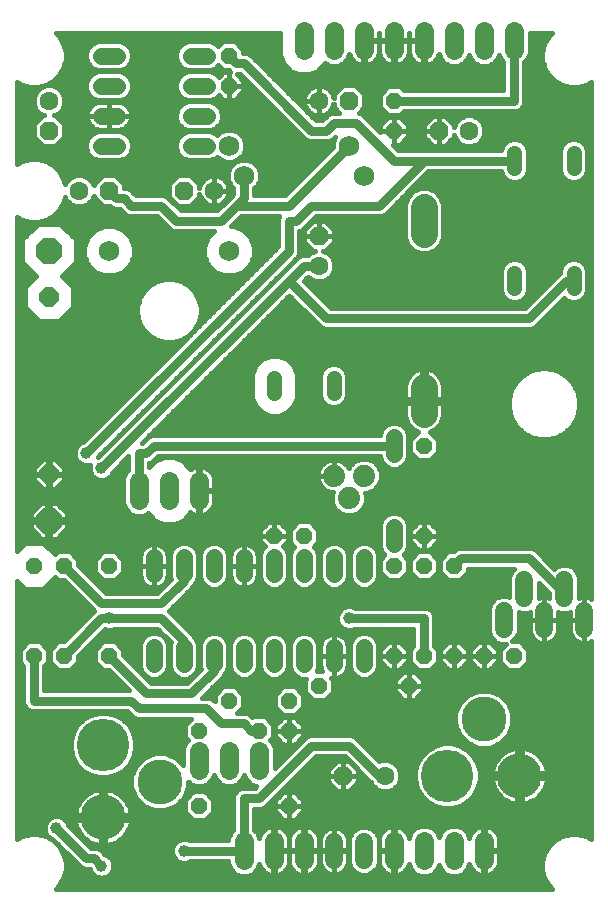
<source format=gbl>
G75*
%MOIN*%
%OFA0B0*%
%FSLAX24Y24*%
%IPPOS*%
%LPD*%
%AMOC8*
5,1,8,0,0,1.08239X$1,22.5*
%
%ADD10C,0.0560*%
%ADD11OC8,0.0560*%
%ADD12OC8,0.0630*%
%ADD13C,0.0630*%
%ADD14C,0.0740*%
%ADD15C,0.0640*%
%ADD16C,0.0516*%
%ADD17C,0.0600*%
%ADD18C,0.0680*%
%ADD19OC8,0.0640*%
%ADD20OC8,0.0850*%
%ADD21C,0.1750*%
%ADD22C,0.1500*%
%ADD23C,0.0594*%
%ADD24C,0.0885*%
%ADD25C,0.0300*%
%ADD26C,0.0390*%
%ADD27C,0.0160*%
D10*
X005180Y008900D02*
X005180Y009460D01*
X006180Y009460D02*
X006180Y008900D01*
X007180Y008900D02*
X007180Y009460D01*
X008180Y009460D02*
X008180Y008900D01*
X009180Y008900D02*
X009180Y009460D01*
X010180Y009460D02*
X010180Y008900D01*
X011180Y008900D02*
X011180Y009460D01*
X012180Y009460D02*
X012180Y008900D01*
X012180Y011900D02*
X012180Y012460D01*
X011180Y012460D02*
X011180Y011900D01*
X010180Y011900D02*
X010180Y012460D01*
X009180Y012460D02*
X009180Y011900D01*
X008180Y011900D02*
X008180Y012460D01*
X007180Y012460D02*
X007180Y011900D01*
X006180Y011900D02*
X006180Y012460D01*
X005180Y012460D02*
X005180Y011900D01*
X013180Y012900D02*
X013180Y013460D01*
X013180Y015900D02*
X013180Y016460D01*
X006960Y026180D02*
X006400Y026180D01*
X006400Y027180D02*
X006960Y027180D01*
X006960Y028180D02*
X006400Y028180D01*
X006400Y029180D02*
X006960Y029180D01*
X003960Y029180D02*
X003400Y029180D01*
X003400Y028180D02*
X003960Y028180D01*
X003960Y027180D02*
X003400Y027180D01*
X003400Y026180D02*
X003960Y026180D01*
D11*
X007680Y028180D03*
X007680Y029180D03*
X013180Y027680D03*
X013180Y026680D03*
X014180Y016180D03*
X014180Y013180D03*
X014180Y012180D03*
X013180Y012180D03*
X015180Y012180D03*
X015180Y009180D03*
X014180Y009180D03*
X013680Y008180D03*
X013180Y009180D03*
X010680Y008180D03*
X009680Y007680D03*
X009680Y006680D03*
X008670Y006680D03*
X007680Y007680D03*
X006690Y006680D03*
X006680Y004180D03*
X009680Y004180D03*
X003680Y009180D03*
X002180Y009180D03*
X001180Y009180D03*
X001180Y012180D03*
X002180Y012180D03*
X003680Y012180D03*
X009180Y013180D03*
X010180Y013180D03*
X016180Y009180D03*
X017180Y009180D03*
D12*
X011480Y005180D03*
X010680Y023180D03*
X011680Y027680D03*
X014680Y026680D03*
X006180Y024680D03*
X003680Y024680D03*
X001680Y026680D03*
D13*
X001680Y027680D03*
X002680Y024680D03*
X007180Y024680D03*
X010680Y022180D03*
X010680Y027680D03*
X015680Y026680D03*
X012880Y005180D03*
D14*
X011680Y014430D03*
X012180Y015180D03*
X011180Y015180D03*
D15*
X006680Y015000D02*
X006680Y014360D01*
X005680Y014360D02*
X005680Y015000D01*
X004680Y015000D02*
X004680Y014360D01*
X006680Y006000D02*
X006680Y005360D01*
X007680Y005360D02*
X007680Y006000D01*
X008680Y006000D02*
X008680Y005360D01*
X008180Y003000D02*
X008180Y002360D01*
X009180Y002360D02*
X009180Y003000D01*
X010180Y003000D02*
X010180Y002360D01*
X013180Y002360D02*
X013180Y003000D01*
X014180Y003000D02*
X014180Y002360D01*
X015180Y002360D02*
X015180Y003000D01*
X016180Y003000D02*
X016180Y002360D01*
X016180Y029360D02*
X016180Y030000D01*
X015180Y030000D02*
X015180Y029360D01*
X014180Y029360D02*
X014180Y030000D01*
X013180Y030000D02*
X013180Y029360D01*
X012180Y029360D02*
X012180Y030000D01*
X011180Y030000D02*
X011180Y029360D01*
X010180Y029360D02*
X010180Y030000D01*
X017180Y030000D02*
X017180Y029360D01*
D16*
X017196Y025938D02*
X017196Y025422D01*
X019164Y025422D02*
X019164Y025938D01*
X019164Y021938D02*
X019164Y021422D01*
X017196Y021422D02*
X017196Y021938D01*
X011164Y018438D02*
X011164Y017922D01*
X009196Y017922D02*
X009196Y018438D01*
D17*
X011180Y002980D02*
X011180Y002380D01*
X012180Y002380D02*
X012180Y002980D01*
D18*
X007680Y022680D03*
X008180Y025180D03*
X007680Y026180D03*
X003680Y022680D03*
X011680Y026180D03*
X012180Y025180D03*
D19*
X001680Y021130D03*
X001680Y015230D03*
D20*
X001680Y013680D03*
X001680Y022680D03*
D21*
X003480Y006200D03*
X014960Y005180D03*
D22*
X016180Y007070D03*
X017361Y005180D03*
X005370Y004980D03*
X003480Y003799D03*
D23*
X016841Y010076D02*
X016841Y010670D01*
X017511Y011111D02*
X017511Y011706D01*
X018180Y010670D02*
X018180Y010076D01*
X018849Y011111D02*
X018849Y011706D01*
X019519Y010670D02*
X019519Y010076D01*
D24*
X014180Y017238D02*
X014180Y018123D01*
X014180Y023238D02*
X014180Y024123D01*
D25*
X012680Y024180D02*
X014180Y025680D01*
X013180Y025680D01*
X011930Y026930D01*
X011180Y026930D01*
X010930Y026680D01*
X010430Y026680D01*
X008180Y028930D01*
X007930Y028930D01*
X007680Y029180D01*
X008180Y025180D02*
X008180Y024430D01*
X007930Y024180D01*
X009680Y024180D01*
X011680Y026180D01*
X013180Y027680D02*
X017180Y027680D01*
X017180Y029680D01*
X017196Y025680D02*
X014180Y025680D01*
X012680Y024180D02*
X010430Y024180D01*
X009930Y023680D01*
X009680Y023680D01*
X009680Y022680D01*
X002930Y015930D01*
X003430Y015430D02*
X009680Y021680D01*
X010930Y020430D01*
X017680Y020430D01*
X018930Y021680D01*
X019164Y021680D01*
X013180Y016180D02*
X005180Y016180D01*
X004930Y015930D01*
X004680Y015930D01*
X004680Y014680D01*
X006180Y012180D02*
X006180Y011680D01*
X005430Y010930D01*
X003430Y010930D01*
X002180Y012180D01*
X003430Y010430D02*
X003680Y010430D01*
X005430Y010430D01*
X006180Y009680D01*
X006180Y009180D01*
X007180Y008680D02*
X006430Y007930D01*
X004930Y007930D01*
X003680Y009180D01*
X003430Y010430D02*
X002180Y009180D01*
X001180Y009180D02*
X001180Y007680D01*
X004430Y007680D01*
X004680Y007430D01*
X006930Y007430D01*
X007430Y006930D01*
X008180Y006930D01*
X008430Y006680D01*
X008670Y006680D01*
X010430Y006180D02*
X008680Y004430D01*
X008180Y004430D01*
X008180Y002680D01*
X006180Y002680D01*
X003430Y002180D02*
X003180Y002430D01*
X002930Y002430D01*
X001930Y003430D01*
X007180Y008680D02*
X007180Y009180D01*
X010430Y006180D02*
X011680Y006180D01*
X012680Y005180D01*
X012880Y005180D01*
X014180Y009180D02*
X014180Y010430D01*
X011680Y010430D01*
X015180Y012180D02*
X015430Y012430D01*
X017680Y012430D01*
X018680Y011430D01*
X018849Y011408D01*
X010680Y022180D02*
X010180Y022180D01*
X009680Y021680D01*
X007430Y023680D02*
X007930Y024180D01*
X007430Y023680D02*
X005930Y023680D01*
X005430Y024180D01*
X004430Y024180D01*
X004180Y024430D01*
X003930Y024430D01*
X003680Y024680D01*
D26*
X002930Y015930D03*
X003430Y015430D03*
X003680Y010430D03*
X001930Y003430D03*
X003430Y002180D03*
X006180Y002680D03*
X011680Y010430D03*
D27*
X002024Y001532D02*
X001902Y001410D01*
X018458Y001410D01*
X018336Y001532D01*
X018197Y001773D01*
X018125Y002041D01*
X018125Y002319D01*
X018197Y002587D01*
X018336Y002828D01*
X018532Y003024D01*
X018773Y003163D01*
X019041Y003235D01*
X019319Y003235D01*
X019587Y003163D01*
X019750Y003069D01*
X019750Y009658D01*
X019702Y009634D01*
X019630Y009610D01*
X019556Y009599D01*
X019527Y009599D01*
X019527Y010364D01*
X019510Y010364D01*
X019510Y009599D01*
X019481Y009599D01*
X019407Y009610D01*
X019335Y009634D01*
X019268Y009668D01*
X019208Y009712D01*
X019155Y009765D01*
X019110Y009826D01*
X019076Y009893D01*
X019053Y009964D01*
X019041Y010038D01*
X019041Y010364D01*
X019510Y010364D01*
X019510Y010381D01*
X019041Y010381D01*
X019041Y010653D01*
X018948Y010614D01*
X018750Y010614D01*
X018657Y010653D01*
X018657Y010381D01*
X018189Y010381D01*
X018189Y010364D01*
X018657Y010364D01*
X018657Y010038D01*
X018645Y009964D01*
X018622Y009893D01*
X018588Y009826D01*
X018544Y009765D01*
X018491Y009712D01*
X018430Y009668D01*
X018363Y009634D01*
X018292Y009610D01*
X018218Y009599D01*
X018189Y009599D01*
X018189Y010364D01*
X018171Y010364D01*
X018171Y009599D01*
X018142Y009599D01*
X018068Y009610D01*
X017997Y009634D01*
X017930Y009668D01*
X017869Y009712D01*
X017816Y009765D01*
X017772Y009826D01*
X017738Y009893D01*
X017715Y009964D01*
X017703Y010038D01*
X017703Y010364D01*
X018171Y010364D01*
X018171Y010381D01*
X017703Y010381D01*
X017703Y010653D01*
X017610Y010614D01*
X017412Y010614D01*
X017339Y010644D01*
X017339Y009977D01*
X017263Y009794D01*
X017129Y009660D01*
X017379Y009660D01*
X017660Y009379D01*
X017660Y008981D01*
X017379Y008700D01*
X016981Y008700D01*
X016700Y008981D01*
X016700Y009379D01*
X016900Y009579D01*
X016743Y009579D01*
X016560Y009654D01*
X016420Y009794D01*
X016344Y009977D01*
X016344Y010769D01*
X016420Y010952D01*
X016560Y011092D01*
X016743Y011167D01*
X016940Y011167D01*
X017014Y011137D01*
X017014Y011804D01*
X017089Y011987D01*
X017182Y012080D01*
X015660Y012080D01*
X015660Y011981D01*
X015379Y011700D01*
X014981Y011700D01*
X014700Y011981D01*
X014700Y012379D01*
X014981Y012660D01*
X015165Y012660D01*
X015232Y012727D01*
X015360Y012780D01*
X017750Y012780D01*
X017878Y012727D01*
X017977Y012628D01*
X018523Y012082D01*
X018568Y012127D01*
X018750Y012203D01*
X018948Y012203D01*
X019131Y012127D01*
X019271Y011987D01*
X019346Y011804D01*
X019346Y011116D01*
X019407Y011135D01*
X019481Y011147D01*
X019510Y011147D01*
X019510Y010382D01*
X019527Y010382D01*
X019527Y011147D01*
X019556Y011147D01*
X019630Y011135D01*
X019702Y011112D01*
X019750Y011088D01*
X019750Y028291D01*
X019587Y028197D01*
X019319Y028125D01*
X019041Y028125D01*
X018773Y028197D01*
X018532Y028336D01*
X018336Y028532D01*
X018197Y028773D01*
X018125Y029041D01*
X018125Y029319D01*
X018197Y029587D01*
X018336Y029828D01*
X018458Y029950D01*
X017700Y029950D01*
X017700Y029257D01*
X017621Y029065D01*
X017530Y028975D01*
X017530Y027610D01*
X017477Y027482D01*
X017378Y027383D01*
X017250Y027330D01*
X013509Y027330D01*
X013379Y027200D01*
X012981Y027200D01*
X012700Y027481D01*
X012700Y027879D01*
X012981Y028160D01*
X013379Y028160D01*
X013509Y028030D01*
X016830Y028030D01*
X016830Y028975D01*
X016739Y029065D01*
X016680Y029208D01*
X016621Y029065D01*
X016475Y028919D01*
X016283Y028840D01*
X016077Y028840D01*
X015885Y028919D01*
X015739Y029065D01*
X015680Y029208D01*
X015621Y029065D01*
X015475Y028919D01*
X015283Y028840D01*
X015077Y028840D01*
X014885Y028919D01*
X014739Y029065D01*
X014667Y029240D01*
X014643Y029168D01*
X014608Y029098D01*
X014561Y029034D01*
X014506Y028979D01*
X014442Y028932D01*
X014372Y028897D01*
X014297Y028872D01*
X014219Y028860D01*
X014200Y028860D01*
X014200Y029660D01*
X014160Y029660D01*
X014160Y028860D01*
X014141Y028860D01*
X014063Y028872D01*
X013988Y028897D01*
X013918Y028932D01*
X013854Y028979D01*
X013799Y029034D01*
X013752Y029098D01*
X013717Y029168D01*
X013692Y029243D01*
X013680Y029321D01*
X013680Y029660D01*
X014160Y029660D01*
X014160Y029700D01*
X013680Y029700D01*
X013680Y029950D01*
X013680Y029950D01*
X013680Y029700D01*
X013200Y029700D01*
X013200Y029660D01*
X013680Y029660D01*
X013680Y029321D01*
X013668Y029243D01*
X013643Y029168D01*
X013608Y029098D01*
X013561Y029034D01*
X013506Y028979D01*
X013442Y028932D01*
X013372Y028897D01*
X013297Y028872D01*
X013219Y028860D01*
X013200Y028860D01*
X013200Y029660D01*
X013160Y029660D01*
X013160Y028860D01*
X013141Y028860D01*
X013063Y028872D01*
X012988Y028897D01*
X012918Y028932D01*
X012854Y028979D01*
X012799Y029034D01*
X012752Y029098D01*
X012717Y029168D01*
X012692Y029243D01*
X012680Y029321D01*
X012680Y029660D01*
X013160Y029660D01*
X013160Y029700D01*
X012680Y029700D01*
X012680Y029950D01*
X012680Y029950D01*
X012680Y029700D01*
X012200Y029700D01*
X012200Y029660D01*
X012680Y029660D01*
X012680Y029321D01*
X012668Y029243D01*
X012643Y029168D01*
X012608Y029098D01*
X012561Y029034D01*
X012506Y028979D01*
X012442Y028932D01*
X012372Y028897D01*
X012297Y028872D01*
X012219Y028860D01*
X012200Y028860D01*
X012200Y029660D01*
X012160Y029660D01*
X012160Y028860D01*
X012141Y028860D01*
X012063Y028872D01*
X011988Y028897D01*
X011918Y028932D01*
X011854Y028979D01*
X011799Y029034D01*
X011752Y029098D01*
X011717Y029168D01*
X011693Y029240D01*
X011621Y029065D01*
X011475Y028919D01*
X011283Y028840D01*
X011077Y028840D01*
X010885Y028919D01*
X010870Y028935D01*
X010858Y028907D01*
X010633Y028682D01*
X010339Y028560D01*
X010021Y028560D01*
X009727Y028682D01*
X009502Y028907D01*
X009380Y029201D01*
X009380Y029950D01*
X001902Y029950D01*
X002024Y029828D01*
X002163Y029587D01*
X002235Y029319D01*
X002235Y029041D01*
X002163Y028773D01*
X002024Y028532D01*
X001828Y028336D01*
X001587Y028197D01*
X001580Y028195D01*
X001782Y028195D01*
X001972Y028117D01*
X002117Y027972D01*
X002195Y027782D01*
X002195Y027578D01*
X002117Y027388D01*
X001972Y027243D01*
X001855Y027195D01*
X001893Y027195D01*
X002195Y026893D01*
X002195Y026467D01*
X001893Y026165D01*
X001467Y026165D01*
X001165Y026467D01*
X001165Y026893D01*
X001467Y027195D01*
X001505Y027195D01*
X001388Y027243D01*
X001243Y027388D01*
X001165Y027578D01*
X001165Y027782D01*
X001243Y027972D01*
X001388Y028117D01*
X001573Y028193D01*
X001319Y028125D01*
X001041Y028125D01*
X000773Y028197D01*
X000610Y028291D01*
X000610Y025569D01*
X000773Y025663D01*
X001041Y025735D01*
X001319Y025735D01*
X001587Y025663D01*
X001828Y025524D01*
X002024Y025328D01*
X002163Y025087D01*
X002213Y024899D01*
X002243Y024972D01*
X002388Y025117D01*
X002578Y025195D01*
X002782Y025195D01*
X002972Y025117D01*
X003117Y024972D01*
X003165Y024855D01*
X003165Y024893D01*
X003467Y025195D01*
X003893Y025195D01*
X004195Y024893D01*
X004195Y024780D01*
X004250Y024780D01*
X004378Y024727D01*
X004575Y024530D01*
X005500Y024530D01*
X005628Y024477D01*
X006075Y024030D01*
X007285Y024030D01*
X007633Y024378D01*
X007732Y024477D01*
X007830Y024575D01*
X007830Y024766D01*
X007722Y024874D01*
X007640Y025073D01*
X007640Y025287D01*
X007722Y025486D01*
X007874Y025638D01*
X008073Y025720D01*
X008287Y025720D01*
X008486Y025638D01*
X008638Y025486D01*
X008720Y025287D01*
X008720Y025073D01*
X008638Y024874D01*
X008530Y024766D01*
X008530Y024530D01*
X009535Y024530D01*
X011140Y026135D01*
X011140Y026287D01*
X011216Y026471D01*
X011128Y026383D01*
X011000Y026330D01*
X010360Y026330D01*
X010232Y026383D01*
X010133Y026482D01*
X008035Y028580D01*
X007931Y028580D01*
X008140Y028371D01*
X008140Y028180D01*
X007680Y028180D01*
X007680Y028180D01*
X007680Y028180D01*
X007680Y028640D01*
X007725Y028640D01*
X007665Y028700D01*
X007481Y028700D01*
X007320Y028861D01*
X007232Y028773D01*
X007055Y028700D01*
X006305Y028700D01*
X006128Y028773D01*
X005993Y028908D01*
X005920Y029085D01*
X005920Y029275D01*
X005993Y029452D01*
X006128Y029587D01*
X006305Y029660D01*
X007055Y029660D01*
X007232Y029587D01*
X007320Y029499D01*
X007481Y029660D01*
X007879Y029660D01*
X008160Y029379D01*
X008160Y029280D01*
X008250Y029280D01*
X008378Y029227D01*
X010575Y027030D01*
X010785Y027030D01*
X010883Y027128D01*
X010982Y027227D01*
X011110Y027280D01*
X011352Y027280D01*
X011165Y027467D01*
X011165Y027578D01*
X011163Y027564D01*
X011139Y027490D01*
X011103Y027421D01*
X011058Y027358D01*
X011002Y027302D01*
X010939Y027257D01*
X010870Y027221D01*
X010796Y027197D01*
X010719Y027185D01*
X010680Y027185D01*
X010680Y027680D01*
X010680Y027680D01*
X010680Y028175D01*
X010719Y028175D01*
X010796Y028163D01*
X010870Y028139D01*
X010939Y028103D01*
X011002Y028058D01*
X011058Y028002D01*
X011103Y027939D01*
X011139Y027870D01*
X011163Y027796D01*
X011165Y027782D01*
X011165Y027893D01*
X011467Y028195D01*
X011893Y028195D01*
X012195Y027893D01*
X012195Y027467D01*
X012006Y027277D01*
X012128Y027227D01*
X012720Y026635D01*
X012720Y026680D01*
X013180Y026680D01*
X013180Y026680D01*
X013180Y027140D01*
X013371Y027140D01*
X013640Y026871D01*
X013640Y026680D01*
X013180Y026680D01*
X013180Y026680D01*
X013180Y026680D01*
X013180Y027140D01*
X012989Y027140D01*
X012720Y026871D01*
X012720Y026680D01*
X013180Y026680D01*
X013640Y026680D01*
X013640Y026489D01*
X013371Y026220D01*
X013180Y026220D01*
X013180Y026680D01*
X013180Y026680D01*
X013180Y026220D01*
X013135Y026220D01*
X013325Y026030D01*
X016738Y026030D01*
X016808Y026197D01*
X016936Y026326D01*
X017105Y026396D01*
X017287Y026396D01*
X017455Y026326D01*
X017584Y026197D01*
X017654Y026029D01*
X017654Y025331D01*
X017584Y025163D01*
X017455Y025034D01*
X017287Y024964D01*
X017105Y024964D01*
X016936Y025034D01*
X016808Y025163D01*
X016738Y025330D01*
X014325Y025330D01*
X012977Y023982D01*
X012977Y023982D01*
X012878Y023883D01*
X012750Y023830D01*
X010575Y023830D01*
X010128Y023383D01*
X010030Y023343D01*
X010030Y022610D01*
X009977Y022482D01*
X009878Y022383D01*
X003310Y015815D01*
X003306Y015806D01*
X003315Y015810D01*
X009482Y021977D01*
X009883Y022378D01*
X009982Y022477D01*
X010110Y022530D01*
X010302Y022530D01*
X010388Y022617D01*
X010553Y022685D01*
X010475Y022685D01*
X010185Y022975D01*
X010185Y023180D01*
X010680Y023180D01*
X010680Y023180D01*
X010680Y023675D01*
X010885Y023675D01*
X011175Y023385D01*
X011175Y023180D01*
X010680Y023180D01*
X010680Y023180D01*
X010680Y023180D01*
X010680Y023675D01*
X010475Y023675D01*
X010185Y023385D01*
X010185Y023180D01*
X010680Y023180D01*
X011175Y023180D01*
X011175Y022975D01*
X010885Y022685D01*
X010807Y022685D01*
X010972Y022617D01*
X011117Y022472D01*
X011195Y022282D01*
X011195Y022078D01*
X011117Y021888D01*
X010972Y021743D01*
X010782Y021665D01*
X010578Y021665D01*
X010388Y021743D01*
X010313Y021818D01*
X010175Y021680D01*
X011075Y020780D01*
X017535Y020780D01*
X018706Y021951D01*
X018706Y022029D01*
X018776Y022197D01*
X018905Y022326D01*
X019073Y022396D01*
X019255Y022396D01*
X019424Y022326D01*
X019552Y022197D01*
X019622Y022029D01*
X019622Y021331D01*
X019552Y021163D01*
X019424Y021034D01*
X019255Y020964D01*
X019073Y020964D01*
X018905Y021034D01*
X018842Y021097D01*
X017977Y020232D01*
X017878Y020133D01*
X017750Y020080D01*
X010860Y020080D01*
X010732Y020133D01*
X010633Y020232D01*
X010633Y020232D01*
X009680Y021185D01*
X004775Y016280D01*
X004785Y016280D01*
X004883Y016378D01*
X004982Y016477D01*
X005110Y016530D01*
X012700Y016530D01*
X012700Y016555D01*
X012773Y016732D01*
X012908Y016867D01*
X013085Y016940D01*
X013275Y016940D01*
X013452Y016867D01*
X013587Y016732D01*
X013660Y016555D01*
X013660Y015805D01*
X013587Y015628D01*
X013452Y015493D01*
X013275Y015420D01*
X013085Y015420D01*
X012908Y015493D01*
X012773Y015628D01*
X012700Y015805D01*
X012700Y015830D01*
X005325Y015830D01*
X005128Y015633D01*
X005030Y015593D01*
X005030Y015481D01*
X005227Y015678D01*
X005521Y015800D01*
X005839Y015800D01*
X006133Y015678D01*
X006358Y015453D01*
X006380Y015400D01*
X006418Y015428D01*
X006488Y015463D01*
X006563Y015488D01*
X006641Y015500D01*
X006660Y015500D01*
X006660Y014700D01*
X006700Y014700D01*
X006700Y015500D01*
X006719Y015500D01*
X006797Y015488D01*
X006872Y015463D01*
X006942Y015428D01*
X007006Y015381D01*
X007061Y015326D01*
X007108Y015262D01*
X010636Y015262D01*
X010630Y015223D02*
X010644Y015309D01*
X010670Y015391D01*
X010710Y015468D01*
X010760Y015538D01*
X010822Y015600D01*
X010892Y015650D01*
X010969Y015690D01*
X011051Y015716D01*
X011137Y015730D01*
X011180Y015730D01*
X011223Y015730D01*
X011309Y015716D01*
X011391Y015690D01*
X011468Y015650D01*
X011538Y015600D01*
X011600Y015538D01*
X011650Y015468D01*
X011668Y015434D01*
X011697Y015503D01*
X011857Y015663D01*
X012067Y015750D01*
X012293Y015750D01*
X012503Y015663D01*
X012663Y015503D01*
X012750Y015293D01*
X012750Y015067D01*
X012663Y014857D01*
X012503Y014697D01*
X012293Y014610D01*
X012222Y014610D01*
X012250Y014543D01*
X012250Y014317D01*
X012163Y014107D01*
X012003Y013947D01*
X011793Y013860D01*
X011567Y013860D01*
X011357Y013947D01*
X011197Y014107D01*
X011110Y014317D01*
X011110Y014543D01*
X011146Y014630D01*
X011137Y014630D01*
X011051Y014644D01*
X010969Y014670D01*
X010892Y014710D01*
X010822Y014760D01*
X010760Y014822D01*
X010710Y014892D01*
X010670Y014969D01*
X010644Y015051D01*
X010630Y015137D01*
X010630Y015180D01*
X011180Y015180D01*
X011180Y015180D01*
X011180Y015730D01*
X011180Y015180D01*
X011180Y015180D01*
X010630Y015180D01*
X010630Y015223D01*
X010635Y015104D02*
X007170Y015104D01*
X007168Y015117D02*
X007143Y015192D01*
X007108Y015262D01*
X007168Y015117D02*
X007180Y015039D01*
X007180Y014700D01*
X006700Y014700D01*
X006700Y014660D01*
X007180Y014660D01*
X007180Y014321D01*
X007168Y014243D01*
X007143Y014168D01*
X007108Y014098D01*
X007061Y014034D01*
X007006Y013979D01*
X006942Y013932D01*
X006872Y013897D01*
X006797Y013872D01*
X006719Y013860D01*
X006700Y013860D01*
X006700Y014660D01*
X006660Y014660D01*
X006660Y013860D01*
X006641Y013860D01*
X006563Y013872D01*
X006488Y013897D01*
X006418Y013932D01*
X006380Y013960D01*
X006358Y013907D01*
X006133Y013682D01*
X005839Y013560D01*
X005521Y013560D01*
X005227Y013682D01*
X005002Y013907D01*
X004990Y013935D01*
X004975Y013919D01*
X004783Y013840D01*
X004577Y013840D01*
X004385Y013919D01*
X004239Y014065D01*
X004160Y014257D01*
X004160Y015103D01*
X004239Y015295D01*
X004330Y015385D01*
X004330Y015835D01*
X003810Y015315D01*
X003765Y015206D01*
X003654Y015095D01*
X003509Y015035D01*
X003351Y015035D01*
X003206Y015095D01*
X003095Y015206D01*
X003035Y015351D01*
X003035Y015509D01*
X003054Y015554D01*
X003009Y015535D01*
X002851Y015535D01*
X002706Y015595D01*
X002595Y015706D01*
X002535Y015851D01*
X002535Y016009D01*
X002595Y016154D01*
X002706Y016265D01*
X002815Y016310D01*
X009330Y022825D01*
X009330Y023750D01*
X009363Y023830D01*
X008075Y023830D01*
X007745Y023500D01*
X007843Y023500D01*
X008144Y023375D01*
X008375Y023144D01*
X008500Y022843D01*
X008500Y022517D01*
X008375Y022216D01*
X008144Y021985D01*
X007843Y021860D01*
X007517Y021860D01*
X007216Y021985D01*
X006985Y022216D01*
X006860Y022517D01*
X006860Y022843D01*
X006985Y023144D01*
X007170Y023330D01*
X005860Y023330D01*
X005732Y023383D01*
X005633Y023482D01*
X005285Y023830D01*
X004360Y023830D01*
X004232Y023883D01*
X004133Y023982D01*
X004035Y024080D01*
X003860Y024080D01*
X003732Y024133D01*
X003700Y024165D01*
X003467Y024165D01*
X003165Y024467D01*
X003165Y024505D01*
X003117Y024388D01*
X002972Y024243D01*
X002782Y024165D01*
X002578Y024165D01*
X002388Y024243D01*
X002243Y024388D01*
X002213Y024461D01*
X002163Y024273D01*
X002024Y024032D01*
X001828Y023836D01*
X001587Y023697D01*
X001319Y023625D01*
X001041Y023625D01*
X000773Y023697D01*
X000610Y023791D01*
X000610Y012685D01*
X000865Y012940D01*
X001495Y012940D01*
X001878Y012557D01*
X001981Y012660D01*
X002379Y012660D01*
X002660Y012379D01*
X002660Y012195D01*
X003575Y011280D01*
X005285Y011280D01*
X005732Y011727D01*
X005700Y011805D01*
X005700Y012555D01*
X005773Y012732D01*
X005908Y012867D01*
X006085Y012940D01*
X006275Y012940D01*
X006452Y012867D01*
X006587Y012732D01*
X006660Y012555D01*
X006660Y011805D01*
X006587Y011628D01*
X006502Y011543D01*
X006477Y011482D01*
X006378Y011383D01*
X005675Y010680D01*
X006378Y009977D01*
X006477Y009878D01*
X006502Y009817D01*
X006587Y009732D01*
X006660Y009555D01*
X006660Y008805D01*
X006587Y008628D01*
X006452Y008493D01*
X006275Y008420D01*
X006085Y008420D01*
X005908Y008493D01*
X005773Y008628D01*
X005700Y008805D01*
X005700Y009555D01*
X005732Y009633D01*
X005285Y010080D01*
X003867Y010080D01*
X003759Y010035D01*
X003601Y010035D01*
X003551Y010056D01*
X002660Y009165D01*
X002660Y008981D01*
X002379Y008700D01*
X001981Y008700D01*
X001700Y008981D01*
X001700Y009379D01*
X001981Y009660D01*
X002165Y009660D01*
X003133Y010628D01*
X003133Y010628D01*
X003185Y010680D01*
X003133Y010732D01*
X003133Y010732D01*
X002165Y011700D01*
X001981Y011700D01*
X001878Y011803D01*
X001495Y011420D01*
X000865Y011420D01*
X000610Y011675D01*
X000610Y003069D01*
X000773Y003163D01*
X001041Y003235D01*
X001319Y003235D01*
X001587Y003163D01*
X001828Y003024D01*
X002024Y002828D01*
X002163Y002587D01*
X002235Y002319D01*
X002235Y002041D01*
X002163Y001773D01*
X002024Y001532D01*
X001964Y001473D02*
X018396Y001473D01*
X018279Y001631D02*
X002081Y001631D01*
X002168Y001790D02*
X003341Y001790D01*
X003351Y001785D02*
X003509Y001785D01*
X003654Y001845D01*
X003765Y001956D01*
X003825Y002101D01*
X003825Y002259D01*
X003765Y002404D01*
X003654Y002515D01*
X003545Y002560D01*
X003477Y002628D01*
X003378Y002727D01*
X003250Y002780D01*
X003075Y002780D01*
X002310Y003545D01*
X002265Y003654D01*
X002154Y003765D01*
X002009Y003825D01*
X001851Y003825D01*
X001706Y003765D01*
X001595Y003654D01*
X001535Y003509D01*
X001535Y003351D01*
X001595Y003206D01*
X001706Y003095D01*
X001815Y003050D01*
X002732Y002133D01*
X002860Y002080D01*
X003035Y002080D01*
X003050Y002065D01*
X003095Y001956D01*
X003206Y001845D01*
X003351Y001785D01*
X003519Y001790D02*
X018192Y001790D01*
X018150Y001948D02*
X016464Y001948D01*
X016442Y001932D02*
X016506Y001979D01*
X016561Y002034D01*
X016608Y002098D01*
X016643Y002168D01*
X016668Y002243D01*
X016680Y002321D01*
X016680Y002660D01*
X016200Y002660D01*
X016200Y002700D01*
X016680Y002700D01*
X016680Y003039D01*
X016668Y003117D01*
X016643Y003192D01*
X016608Y003262D01*
X016561Y003326D01*
X016506Y003381D01*
X016442Y003428D01*
X016372Y003463D01*
X016297Y003488D01*
X016219Y003500D01*
X016200Y003500D01*
X016200Y002700D01*
X016160Y002700D01*
X016160Y003500D01*
X016141Y003500D01*
X016063Y003488D01*
X015988Y003463D01*
X015918Y003428D01*
X015854Y003381D01*
X015799Y003326D01*
X015752Y003262D01*
X015717Y003192D01*
X015693Y003120D01*
X015621Y003295D01*
X015475Y003441D01*
X015283Y003520D01*
X015077Y003520D01*
X014885Y003441D01*
X014739Y003295D01*
X014680Y003152D01*
X014621Y003295D01*
X014475Y003441D01*
X014283Y003520D01*
X014077Y003520D01*
X013885Y003441D01*
X013739Y003295D01*
X013667Y003120D01*
X013643Y003192D01*
X013608Y003262D01*
X013561Y003326D01*
X013506Y003381D01*
X013442Y003428D01*
X013372Y003463D01*
X013297Y003488D01*
X013219Y003500D01*
X013200Y003500D01*
X013200Y002700D01*
X013160Y002700D01*
X013160Y003500D01*
X013141Y003500D01*
X013063Y003488D01*
X012988Y003463D01*
X012918Y003428D01*
X012854Y003381D01*
X012799Y003326D01*
X012752Y003262D01*
X012717Y003192D01*
X012692Y003117D01*
X012680Y003039D01*
X012680Y002700D01*
X013160Y002700D01*
X013160Y002660D01*
X013200Y002660D01*
X013200Y001860D01*
X013219Y001860D01*
X013297Y001872D01*
X013372Y001897D01*
X013442Y001932D01*
X013506Y001979D01*
X013561Y002034D01*
X013608Y002098D01*
X013643Y002168D01*
X013667Y002240D01*
X013739Y002065D01*
X013885Y001919D01*
X014077Y001840D01*
X014283Y001840D01*
X014475Y001919D01*
X014621Y002065D01*
X014680Y002208D01*
X014739Y002065D01*
X014885Y001919D01*
X015077Y001840D01*
X015283Y001840D01*
X015475Y001919D01*
X015621Y002065D01*
X015693Y002240D01*
X015717Y002168D01*
X015752Y002098D01*
X015799Y002034D01*
X015854Y001979D01*
X015918Y001932D01*
X015988Y001897D01*
X016063Y001872D01*
X016141Y001860D01*
X016160Y001860D01*
X016160Y002660D01*
X016200Y002660D01*
X016200Y001860D01*
X016219Y001860D01*
X016297Y001872D01*
X016372Y001897D01*
X016442Y001932D01*
X016200Y001948D02*
X016160Y001948D01*
X016160Y002107D02*
X016200Y002107D01*
X016200Y002265D02*
X016160Y002265D01*
X016160Y002424D02*
X016200Y002424D01*
X016200Y002582D02*
X016160Y002582D01*
X016160Y002741D02*
X016200Y002741D01*
X016200Y002899D02*
X016160Y002899D01*
X016160Y003058D02*
X016200Y003058D01*
X016200Y003216D02*
X016160Y003216D01*
X016160Y003375D02*
X016200Y003375D01*
X016513Y003375D02*
X019750Y003375D01*
X019750Y003533D02*
X008530Y003533D01*
X008530Y003385D02*
X008530Y004080D01*
X008750Y004080D01*
X008878Y004133D01*
X010575Y005830D01*
X011535Y005830D01*
X012383Y004982D01*
X012420Y004945D01*
X012443Y004888D01*
X012588Y004743D01*
X012778Y004665D01*
X012982Y004665D01*
X013172Y004743D01*
X013317Y004888D01*
X013395Y005078D01*
X013395Y005282D01*
X013317Y005472D01*
X013172Y005617D01*
X012982Y005695D01*
X012778Y005695D01*
X012694Y005661D01*
X011878Y006477D01*
X011750Y006530D01*
X010360Y006530D01*
X010232Y006477D01*
X010133Y006378D01*
X009200Y005445D01*
X009200Y006103D01*
X009121Y006295D01*
X009042Y006373D01*
X009150Y006481D01*
X009150Y006879D01*
X008869Y007160D01*
X008471Y007160D01*
X008458Y007147D01*
X008378Y007227D01*
X008250Y007280D01*
X007959Y007280D01*
X008160Y007481D01*
X008160Y007879D01*
X007879Y008160D01*
X007481Y008160D01*
X007200Y007879D01*
X007200Y007655D01*
X007128Y007727D01*
X007000Y007780D01*
X006775Y007780D01*
X007378Y008383D01*
X007477Y008482D01*
X007502Y008543D01*
X007587Y008628D01*
X007660Y008805D01*
X007660Y009555D01*
X007587Y009732D01*
X007452Y009867D01*
X007275Y009940D01*
X007085Y009940D01*
X006908Y009867D01*
X006773Y009732D01*
X006700Y009555D01*
X006700Y008805D01*
X006732Y008727D01*
X006285Y008280D01*
X005075Y008280D01*
X004160Y009195D01*
X004160Y009379D01*
X003879Y009660D01*
X003481Y009660D01*
X003200Y009379D01*
X003200Y008981D01*
X003481Y008700D01*
X003665Y008700D01*
X004335Y008030D01*
X001530Y008030D01*
X001530Y008851D01*
X001660Y008981D01*
X001660Y009379D01*
X001379Y009660D01*
X000981Y009660D01*
X000700Y009379D01*
X000700Y008981D01*
X000830Y008851D01*
X000830Y007610D01*
X000883Y007482D01*
X000982Y007383D01*
X001110Y007330D01*
X004285Y007330D01*
X004383Y007232D01*
X004482Y007133D01*
X004610Y007080D01*
X006411Y007080D01*
X006210Y006879D01*
X006210Y006481D01*
X006318Y006373D01*
X006239Y006295D01*
X006160Y006103D01*
X006160Y005533D01*
X005908Y005785D01*
X005559Y005930D01*
X005181Y005930D01*
X004832Y005785D01*
X004564Y005518D01*
X004420Y005169D01*
X004420Y004791D01*
X004564Y004442D01*
X004832Y004175D01*
X005181Y004030D01*
X005559Y004030D01*
X005908Y004175D01*
X006175Y004442D01*
X006320Y004791D01*
X006320Y004985D01*
X006385Y004919D01*
X006577Y004840D01*
X006783Y004840D01*
X006975Y004919D01*
X007121Y005065D01*
X007180Y005208D01*
X007239Y005065D01*
X007385Y004919D01*
X007577Y004840D01*
X007783Y004840D01*
X007975Y004919D01*
X008121Y005065D01*
X008180Y005208D01*
X008239Y005065D01*
X008385Y004919D01*
X008577Y004840D01*
X008595Y004840D01*
X008535Y004780D01*
X008110Y004780D01*
X007982Y004727D01*
X007883Y004628D01*
X007830Y004500D01*
X007830Y003385D01*
X007739Y003295D01*
X007660Y003103D01*
X007660Y003030D01*
X006367Y003030D01*
X006259Y003075D01*
X006101Y003075D01*
X005956Y003015D01*
X005845Y002904D01*
X005785Y002759D01*
X005785Y002601D01*
X005845Y002456D01*
X005956Y002345D01*
X006101Y002285D01*
X006259Y002285D01*
X006367Y002330D01*
X007660Y002330D01*
X007660Y002257D01*
X007739Y002065D01*
X007885Y001919D01*
X008077Y001840D01*
X008283Y001840D01*
X008475Y001919D01*
X008621Y002065D01*
X008693Y002240D01*
X008717Y002168D01*
X008752Y002098D01*
X008799Y002034D01*
X008854Y001979D01*
X008918Y001932D01*
X008988Y001897D01*
X009063Y001872D01*
X009141Y001860D01*
X009160Y001860D01*
X009160Y002660D01*
X009200Y002660D01*
X009200Y002700D01*
X009680Y002700D01*
X010160Y002700D01*
X010160Y003500D01*
X010141Y003500D01*
X010063Y003488D01*
X009988Y003463D01*
X009918Y003428D01*
X009854Y003381D01*
X009799Y003326D01*
X009752Y003262D01*
X009717Y003192D01*
X009692Y003117D01*
X009680Y003039D01*
X009680Y002700D01*
X009680Y003039D01*
X009668Y003117D01*
X009643Y003192D01*
X009608Y003262D01*
X009561Y003326D01*
X009506Y003381D01*
X009442Y003428D01*
X009372Y003463D01*
X009297Y003488D01*
X009219Y003500D01*
X009200Y003500D01*
X009200Y002700D01*
X009160Y002700D01*
X009160Y003500D01*
X009141Y003500D01*
X009063Y003488D01*
X008988Y003463D01*
X008918Y003428D01*
X008854Y003381D01*
X008799Y003326D01*
X008752Y003262D01*
X008717Y003192D01*
X008693Y003120D01*
X008621Y003295D01*
X008530Y003385D01*
X008541Y003375D02*
X008847Y003375D01*
X008729Y003216D02*
X008653Y003216D01*
X008530Y003692D02*
X019750Y003692D01*
X019750Y003850D02*
X010001Y003850D01*
X009871Y003720D02*
X009680Y003720D01*
X009680Y004180D01*
X010140Y004180D01*
X010140Y004371D01*
X009871Y004640D01*
X009680Y004640D01*
X009680Y004180D01*
X009680Y004180D01*
X009680Y004180D01*
X010140Y004180D01*
X010140Y003989D01*
X009871Y003720D01*
X009680Y003720D02*
X009680Y004180D01*
X009680Y004180D01*
X009680Y004180D01*
X009220Y004180D01*
X009220Y004371D01*
X009489Y004640D01*
X009680Y004640D01*
X009680Y004180D01*
X009220Y004180D01*
X009220Y003989D01*
X009489Y003720D01*
X009680Y003720D01*
X009680Y003850D02*
X009680Y003850D01*
X009680Y004009D02*
X009680Y004009D01*
X009680Y004167D02*
X009680Y004167D01*
X009680Y004326D02*
X009680Y004326D01*
X009680Y004484D02*
X009680Y004484D01*
X009546Y004801D02*
X011159Y004801D01*
X011275Y004685D02*
X010985Y004975D01*
X010985Y005180D01*
X011480Y005180D01*
X011975Y005180D01*
X011975Y005385D01*
X011685Y005675D01*
X011480Y005675D01*
X011480Y005180D01*
X011480Y005180D01*
X011480Y005180D01*
X011975Y005180D01*
X011975Y004975D01*
X011685Y004685D01*
X011480Y004685D01*
X011480Y005180D01*
X011480Y005180D01*
X011480Y005180D01*
X011480Y005675D01*
X011275Y005675D01*
X010985Y005385D01*
X010985Y005180D01*
X011480Y005180D01*
X011480Y004685D01*
X011275Y004685D01*
X011480Y004801D02*
X011480Y004801D01*
X011480Y004960D02*
X011480Y004960D01*
X011480Y005118D02*
X011480Y005118D01*
X011480Y005277D02*
X011480Y005277D01*
X011480Y005435D02*
X011480Y005435D01*
X011480Y005594D02*
X011480Y005594D01*
X011613Y005752D02*
X010497Y005752D01*
X010338Y005594D02*
X011193Y005594D01*
X011035Y005435D02*
X010180Y005435D01*
X010021Y005277D02*
X010985Y005277D01*
X010985Y005118D02*
X009863Y005118D01*
X009704Y004960D02*
X011000Y004960D01*
X011801Y004801D02*
X012531Y004801D01*
X012406Y004960D02*
X011960Y004960D01*
X011975Y005118D02*
X012247Y005118D01*
X012089Y005277D02*
X011975Y005277D01*
X011930Y005435D02*
X011925Y005435D01*
X011772Y005594D02*
X011767Y005594D01*
X012286Y006069D02*
X014349Y006069D01*
X014299Y006040D02*
X014099Y005840D01*
X013958Y005595D01*
X013885Y005322D01*
X013885Y005038D01*
X013958Y004765D01*
X014099Y004520D01*
X014299Y004320D01*
X014545Y004178D01*
X014818Y004105D01*
X015101Y004105D01*
X015374Y004178D01*
X015620Y004320D01*
X015820Y004520D01*
X015961Y004765D01*
X016035Y005038D01*
X016035Y005322D01*
X015961Y005595D01*
X015820Y005840D01*
X015620Y006040D01*
X015374Y006182D01*
X015101Y006255D01*
X014818Y006255D01*
X014545Y006182D01*
X014299Y006040D01*
X014170Y005911D02*
X012444Y005911D01*
X012603Y005752D02*
X014048Y005752D01*
X013957Y005594D02*
X013195Y005594D01*
X013332Y005435D02*
X013915Y005435D01*
X013885Y005277D02*
X013395Y005277D01*
X013395Y005118D02*
X013885Y005118D01*
X013906Y004960D02*
X013346Y004960D01*
X013229Y004801D02*
X013948Y004801D01*
X014029Y004643D02*
X009387Y004643D01*
X009333Y004484D02*
X009229Y004484D01*
X009220Y004326D02*
X009070Y004326D01*
X009220Y004167D02*
X008912Y004167D01*
X009220Y004009D02*
X008530Y004009D01*
X008530Y003850D02*
X009359Y003850D01*
X009513Y003375D02*
X009847Y003375D01*
X009729Y003216D02*
X009631Y003216D01*
X009677Y003058D02*
X009683Y003058D01*
X009680Y002899D02*
X009680Y002899D01*
X009680Y002741D02*
X009680Y002741D01*
X009680Y002660D02*
X009680Y002321D01*
X009692Y002243D01*
X009717Y002168D01*
X009752Y002098D01*
X009799Y002034D01*
X009854Y001979D01*
X009918Y001932D01*
X009988Y001897D01*
X010063Y001872D01*
X010141Y001860D01*
X010160Y001860D01*
X010160Y002660D01*
X010200Y002660D01*
X010200Y002700D01*
X010680Y002700D01*
X010680Y003039D01*
X010668Y003117D01*
X010643Y003192D01*
X010608Y003262D01*
X010561Y003326D01*
X010506Y003381D01*
X010442Y003428D01*
X010372Y003463D01*
X010297Y003488D01*
X010219Y003500D01*
X010200Y003500D01*
X010200Y002700D01*
X010160Y002700D01*
X010160Y002660D01*
X009680Y002660D01*
X009200Y002660D01*
X009200Y001860D01*
X009219Y001860D01*
X009297Y001872D01*
X009372Y001897D01*
X009442Y001932D01*
X009506Y001979D01*
X009561Y002034D01*
X009608Y002098D01*
X009643Y002168D01*
X009668Y002243D01*
X009680Y002321D01*
X009680Y002660D01*
X009680Y002582D02*
X009680Y002582D01*
X009680Y002424D02*
X009680Y002424D01*
X009671Y002265D02*
X009689Y002265D01*
X009748Y002107D02*
X009612Y002107D01*
X009464Y001948D02*
X009896Y001948D01*
X010160Y001948D02*
X010200Y001948D01*
X010200Y001860D02*
X010219Y001860D01*
X010297Y001872D01*
X010372Y001897D01*
X010442Y001932D01*
X010506Y001979D01*
X010561Y002034D01*
X010608Y002098D01*
X010643Y002168D01*
X010668Y002243D01*
X010680Y002321D01*
X010680Y002660D01*
X010200Y002660D01*
X010200Y001860D01*
X010200Y002107D02*
X010160Y002107D01*
X010160Y002265D02*
X010200Y002265D01*
X010200Y002424D02*
X010160Y002424D01*
X010160Y002582D02*
X010200Y002582D01*
X010200Y002741D02*
X010160Y002741D01*
X010160Y002899D02*
X010200Y002899D01*
X010200Y003058D02*
X010160Y003058D01*
X010160Y003216D02*
X010200Y003216D01*
X010200Y003375D02*
X010160Y003375D01*
X010513Y003375D02*
X010906Y003375D01*
X010928Y003391D02*
X010867Y003346D01*
X010814Y003293D01*
X010769Y003232D01*
X010735Y003164D01*
X010712Y003092D01*
X010700Y003018D01*
X010700Y002690D01*
X011170Y002690D01*
X011170Y003460D01*
X011142Y003460D01*
X011068Y003448D01*
X010996Y003425D01*
X010928Y003391D01*
X010762Y003216D02*
X010631Y003216D01*
X010677Y003058D02*
X010706Y003058D01*
X010700Y002899D02*
X010680Y002899D01*
X010680Y002741D02*
X010700Y002741D01*
X010700Y002670D02*
X010700Y002342D01*
X010712Y002268D01*
X010735Y002196D01*
X010769Y002128D01*
X010814Y002067D01*
X010867Y002014D01*
X010928Y001969D01*
X010996Y001935D01*
X011068Y001912D01*
X011142Y001900D01*
X011170Y001900D01*
X011170Y002670D01*
X010700Y002670D01*
X010700Y002582D02*
X010680Y002582D01*
X010680Y002424D02*
X010700Y002424D01*
X010713Y002265D02*
X010671Y002265D01*
X010612Y002107D02*
X010785Y002107D01*
X010971Y001948D02*
X010464Y001948D01*
X011170Y001948D02*
X011190Y001948D01*
X011190Y001900D02*
X011218Y001900D01*
X011292Y001912D01*
X011364Y001935D01*
X011432Y001969D01*
X011493Y002014D01*
X011546Y002067D01*
X011591Y002128D01*
X011625Y002196D01*
X011648Y002268D01*
X011660Y002342D01*
X011660Y002670D01*
X011190Y002670D01*
X011190Y002690D01*
X011170Y002690D01*
X011170Y002670D01*
X011190Y002670D01*
X011190Y001900D01*
X011389Y001948D02*
X011916Y001948D01*
X011897Y001956D02*
X012081Y001880D01*
X012279Y001880D01*
X012463Y001956D01*
X012604Y002097D01*
X012680Y002281D01*
X012680Y003079D01*
X012604Y003263D01*
X012463Y003404D01*
X012279Y003480D01*
X012081Y003480D01*
X011897Y003404D01*
X011756Y003263D01*
X011680Y003079D01*
X011680Y002281D01*
X011756Y002097D01*
X011897Y001956D01*
X011752Y002107D02*
X011575Y002107D01*
X011647Y002265D02*
X011686Y002265D01*
X011680Y002424D02*
X011660Y002424D01*
X011660Y002582D02*
X011680Y002582D01*
X011660Y002690D02*
X011660Y003018D01*
X011648Y003092D01*
X011625Y003164D01*
X011591Y003232D01*
X011546Y003293D01*
X011493Y003346D01*
X011432Y003391D01*
X011364Y003425D01*
X011292Y003448D01*
X011218Y003460D01*
X011190Y003460D01*
X011190Y002690D01*
X011660Y002690D01*
X011660Y002741D02*
X011680Y002741D01*
X011680Y002899D02*
X011660Y002899D01*
X011654Y003058D02*
X011680Y003058D01*
X011737Y003216D02*
X011598Y003216D01*
X011454Y003375D02*
X011867Y003375D01*
X012493Y003375D02*
X012847Y003375D01*
X012729Y003216D02*
X012623Y003216D01*
X012680Y003058D02*
X012683Y003058D01*
X012680Y002899D02*
X012680Y002899D01*
X012680Y002741D02*
X012680Y002741D01*
X012680Y002660D02*
X012680Y002321D01*
X012692Y002243D01*
X012717Y002168D01*
X012752Y002098D01*
X012799Y002034D01*
X012854Y001979D01*
X012918Y001932D01*
X012988Y001897D01*
X013063Y001872D01*
X013141Y001860D01*
X013160Y001860D01*
X013160Y002660D01*
X012680Y002660D01*
X012680Y002582D02*
X012680Y002582D01*
X012680Y002424D02*
X012680Y002424D01*
X012674Y002265D02*
X012689Y002265D01*
X012748Y002107D02*
X012608Y002107D01*
X012444Y001948D02*
X012896Y001948D01*
X013160Y001948D02*
X013200Y001948D01*
X013200Y002107D02*
X013160Y002107D01*
X013160Y002265D02*
X013200Y002265D01*
X013200Y002424D02*
X013160Y002424D01*
X013160Y002582D02*
X013200Y002582D01*
X013200Y002741D02*
X013160Y002741D01*
X013160Y002899D02*
X013200Y002899D01*
X013200Y003058D02*
X013160Y003058D01*
X013160Y003216D02*
X013200Y003216D01*
X013200Y003375D02*
X013160Y003375D01*
X013513Y003375D02*
X013819Y003375D01*
X013707Y003216D02*
X013631Y003216D01*
X013612Y002107D02*
X013722Y002107D01*
X013857Y001948D02*
X013464Y001948D01*
X014503Y001948D02*
X014857Y001948D01*
X014722Y002107D02*
X014638Y002107D01*
X015503Y001948D02*
X015896Y001948D01*
X015748Y002107D02*
X015638Y002107D01*
X015653Y003216D02*
X015729Y003216D01*
X015847Y003375D02*
X015541Y003375D01*
X015332Y004167D02*
X019750Y004167D01*
X019750Y004009D02*
X010140Y004009D01*
X010140Y004167D02*
X014587Y004167D01*
X014294Y004326D02*
X010140Y004326D01*
X010027Y004484D02*
X014135Y004484D01*
X014541Y003375D02*
X014819Y003375D01*
X014707Y003216D02*
X014653Y003216D01*
X015625Y004326D02*
X016992Y004326D01*
X017005Y004319D02*
X017103Y004285D01*
X017205Y004262D01*
X017281Y004253D01*
X017281Y005100D01*
X016434Y005100D01*
X016443Y005024D01*
X016466Y004922D01*
X016501Y004824D01*
X016546Y004729D01*
X016601Y004641D01*
X016667Y004559D01*
X016740Y004485D01*
X016822Y004420D01*
X016911Y004365D01*
X017005Y004319D01*
X017281Y004326D02*
X017441Y004326D01*
X017441Y004253D02*
X017517Y004262D01*
X017619Y004285D01*
X017718Y004319D01*
X017812Y004365D01*
X017900Y004420D01*
X017982Y004485D01*
X018056Y004559D01*
X018121Y004641D01*
X018176Y004729D01*
X018222Y004824D01*
X018256Y004922D01*
X018279Y005024D01*
X018288Y005100D01*
X017441Y005100D01*
X017441Y004253D01*
X017441Y004484D02*
X017281Y004484D01*
X017281Y004643D02*
X017441Y004643D01*
X017441Y004801D02*
X017281Y004801D01*
X017281Y004960D02*
X017441Y004960D01*
X017441Y005100D02*
X017281Y005100D01*
X017281Y005260D01*
X016434Y005260D01*
X016443Y005336D01*
X016466Y005438D01*
X016501Y005536D01*
X016546Y005631D01*
X016601Y005719D01*
X016667Y005801D01*
X016740Y005875D01*
X016822Y005940D01*
X016911Y005995D01*
X017005Y006041D01*
X017103Y006075D01*
X017205Y006098D01*
X017281Y006107D01*
X017281Y005260D01*
X017441Y005260D01*
X017441Y006107D01*
X017517Y006098D01*
X017619Y006075D01*
X017718Y006041D01*
X017812Y005995D01*
X017900Y005940D01*
X017982Y005875D01*
X018056Y005801D01*
X018121Y005719D01*
X018176Y005631D01*
X018222Y005536D01*
X018256Y005438D01*
X018279Y005336D01*
X018288Y005260D01*
X017441Y005260D01*
X017441Y005100D01*
X017441Y005118D02*
X019750Y005118D01*
X019750Y004960D02*
X018265Y004960D01*
X018211Y004801D02*
X019750Y004801D01*
X019750Y004643D02*
X018122Y004643D01*
X017980Y004484D02*
X019750Y004484D01*
X019750Y004326D02*
X017730Y004326D01*
X017281Y005118D02*
X016035Y005118D01*
X016035Y005277D02*
X016436Y005277D01*
X016465Y005435D02*
X016004Y005435D01*
X015962Y005594D02*
X016528Y005594D01*
X016628Y005752D02*
X015871Y005752D01*
X015749Y005911D02*
X016786Y005911D01*
X017086Y006069D02*
X015570Y006069D01*
X015642Y006264D02*
X015375Y006532D01*
X015230Y006881D01*
X015230Y007259D01*
X015375Y007608D01*
X015642Y007875D01*
X015991Y008020D01*
X016369Y008020D01*
X016718Y007875D01*
X016985Y007608D01*
X017130Y007259D01*
X017130Y006881D01*
X016985Y006532D01*
X016718Y006264D01*
X016369Y006120D01*
X015991Y006120D01*
X015642Y006264D01*
X015731Y006228D02*
X015204Y006228D01*
X015369Y006545D02*
X010140Y006545D01*
X010140Y006489D02*
X010140Y006680D01*
X010140Y006871D01*
X009871Y007140D01*
X009680Y007140D01*
X009680Y006680D01*
X009680Y006680D01*
X010140Y006680D01*
X009680Y006680D01*
X009680Y006680D01*
X009680Y006680D01*
X009220Y006680D01*
X009220Y006871D01*
X009489Y007140D01*
X009680Y007140D01*
X009680Y006680D01*
X009680Y006220D01*
X009871Y006220D01*
X010140Y006489D01*
X010141Y006386D02*
X010037Y006386D01*
X009983Y006228D02*
X009878Y006228D01*
X009824Y006069D02*
X009200Y006069D01*
X009200Y005911D02*
X009666Y005911D01*
X009507Y005752D02*
X009200Y005752D01*
X009200Y005594D02*
X009349Y005594D01*
X009489Y006220D02*
X009220Y006489D01*
X009220Y006680D01*
X009680Y006680D01*
X009680Y006680D01*
X009680Y006220D01*
X009489Y006220D01*
X009482Y006228D02*
X009149Y006228D01*
X009055Y006386D02*
X009323Y006386D01*
X009220Y006545D02*
X009150Y006545D01*
X009150Y006703D02*
X009220Y006703D01*
X009220Y006862D02*
X009150Y006862D01*
X009009Y007020D02*
X009369Y007020D01*
X009481Y007200D02*
X009879Y007200D01*
X010160Y007481D01*
X010160Y007879D01*
X009879Y008160D01*
X009481Y008160D01*
X009200Y007879D01*
X009200Y007481D01*
X009481Y007200D01*
X009344Y007337D02*
X008016Y007337D01*
X008160Y007496D02*
X009200Y007496D01*
X009200Y007654D02*
X008160Y007654D01*
X008160Y007813D02*
X009200Y007813D01*
X009292Y007971D02*
X008068Y007971D01*
X007909Y008130D02*
X009451Y008130D01*
X009339Y008447D02*
X010021Y008447D01*
X010085Y008420D02*
X010241Y008420D01*
X010200Y008379D01*
X010200Y007981D01*
X010481Y007700D01*
X010879Y007700D01*
X011160Y007981D01*
X011160Y008379D01*
X011090Y008448D01*
X011144Y008440D01*
X011180Y008440D01*
X011216Y008440D01*
X011288Y008451D01*
X011357Y008474D01*
X011421Y008507D01*
X011480Y008549D01*
X011531Y008600D01*
X011573Y008659D01*
X011606Y008723D01*
X011629Y008792D01*
X011640Y008864D01*
X011640Y009180D01*
X011640Y009496D01*
X011629Y009568D01*
X011606Y009637D01*
X011573Y009701D01*
X011531Y009760D01*
X011480Y009811D01*
X011421Y009853D01*
X011357Y009886D01*
X011288Y009909D01*
X011216Y009920D01*
X011180Y009920D01*
X011180Y009180D01*
X011640Y009180D01*
X011180Y009180D01*
X011180Y009180D01*
X011180Y009180D01*
X011180Y008440D01*
X011180Y009180D01*
X011180Y009180D01*
X011180Y009180D01*
X010720Y009180D01*
X010720Y009496D01*
X010731Y009568D01*
X010754Y009637D01*
X010787Y009701D01*
X010829Y009760D01*
X010880Y009811D01*
X010939Y009853D01*
X011003Y009886D01*
X011072Y009909D01*
X011144Y009920D01*
X011180Y009920D01*
X011180Y009180D01*
X010720Y009180D01*
X010720Y008864D01*
X010731Y008792D01*
X010754Y008723D01*
X010786Y008660D01*
X010600Y008660D01*
X010660Y008805D01*
X010660Y009555D01*
X010587Y009732D01*
X010452Y009867D01*
X010275Y009940D01*
X010085Y009940D01*
X009908Y009867D01*
X009773Y009732D01*
X009700Y009555D01*
X009700Y008805D01*
X009773Y008628D01*
X009908Y008493D01*
X010085Y008420D01*
X010200Y008288D02*
X007283Y008288D01*
X007441Y008447D02*
X008021Y008447D01*
X008085Y008420D02*
X008275Y008420D01*
X008452Y008493D01*
X008587Y008628D01*
X008660Y008805D01*
X008660Y009555D01*
X008587Y009732D01*
X008452Y009867D01*
X008275Y009940D01*
X008085Y009940D01*
X007908Y009867D01*
X007773Y009732D01*
X007700Y009555D01*
X007700Y008805D01*
X007773Y008628D01*
X007908Y008493D01*
X008085Y008420D01*
X008339Y008447D02*
X009021Y008447D01*
X009085Y008420D02*
X009275Y008420D01*
X009452Y008493D01*
X009587Y008628D01*
X009660Y008805D01*
X009660Y009555D01*
X009587Y009732D01*
X009452Y009867D01*
X009275Y009940D01*
X009085Y009940D01*
X008908Y009867D01*
X008773Y009732D01*
X008700Y009555D01*
X008700Y008805D01*
X008773Y008628D01*
X008908Y008493D01*
X009085Y008420D01*
X008796Y008605D02*
X008564Y008605D01*
X008643Y008764D02*
X008717Y008764D01*
X008700Y008922D02*
X008660Y008922D01*
X008660Y009081D02*
X008700Y009081D01*
X008700Y009239D02*
X008660Y009239D01*
X008660Y009398D02*
X008700Y009398D01*
X008700Y009556D02*
X008660Y009556D01*
X008594Y009715D02*
X008766Y009715D01*
X008923Y009873D02*
X008437Y009873D01*
X007923Y009873D02*
X007437Y009873D01*
X007594Y009715D02*
X007766Y009715D01*
X007700Y009556D02*
X007660Y009556D01*
X007660Y009398D02*
X007700Y009398D01*
X007700Y009239D02*
X007660Y009239D01*
X007660Y009081D02*
X007700Y009081D01*
X007700Y008922D02*
X007660Y008922D01*
X007643Y008764D02*
X007717Y008764D01*
X007796Y008605D02*
X007564Y008605D01*
X007451Y008130D02*
X007124Y008130D01*
X006966Y007971D02*
X007292Y007971D01*
X007200Y007813D02*
X006807Y007813D01*
X006452Y008447D02*
X006339Y008447D01*
X006293Y008288D02*
X005067Y008288D01*
X005085Y008420D02*
X005275Y008420D01*
X005452Y008493D01*
X005587Y008628D01*
X005660Y008805D01*
X005660Y009555D01*
X005587Y009732D01*
X005452Y009867D01*
X005275Y009940D01*
X005085Y009940D01*
X004908Y009867D01*
X004773Y009732D01*
X004700Y009555D01*
X004700Y008805D01*
X004773Y008628D01*
X004908Y008493D01*
X005085Y008420D01*
X005021Y008447D02*
X004908Y008447D01*
X004796Y008605D02*
X004750Y008605D01*
X004717Y008764D02*
X004591Y008764D01*
X004700Y008922D02*
X004433Y008922D01*
X004274Y009081D02*
X004700Y009081D01*
X004700Y009239D02*
X004160Y009239D01*
X004141Y009398D02*
X004700Y009398D01*
X004700Y009556D02*
X003983Y009556D01*
X003526Y010032D02*
X005334Y010032D01*
X005437Y009873D02*
X005492Y009873D01*
X005594Y009715D02*
X005651Y009715D01*
X005660Y009556D02*
X005700Y009556D01*
X005700Y009398D02*
X005660Y009398D01*
X005660Y009239D02*
X005700Y009239D01*
X005700Y009081D02*
X005660Y009081D01*
X005660Y008922D02*
X005700Y008922D01*
X005717Y008764D02*
X005643Y008764D01*
X005564Y008605D02*
X005796Y008605D01*
X006021Y008447D02*
X005339Y008447D01*
X004766Y009715D02*
X003209Y009715D01*
X003051Y009556D02*
X003377Y009556D01*
X003219Y009398D02*
X002892Y009398D01*
X002734Y009239D02*
X003200Y009239D01*
X003200Y009081D02*
X002660Y009081D01*
X002601Y008922D02*
X003259Y008922D01*
X003418Y008764D02*
X002442Y008764D01*
X001918Y008764D02*
X001530Y008764D01*
X001530Y008605D02*
X003760Y008605D01*
X003919Y008447D02*
X001530Y008447D01*
X001530Y008288D02*
X004077Y008288D01*
X004236Y008130D02*
X001530Y008130D01*
X001601Y008922D02*
X001759Y008922D01*
X001700Y009081D02*
X001660Y009081D01*
X001660Y009239D02*
X001700Y009239D01*
X001719Y009398D02*
X001641Y009398D01*
X001483Y009556D02*
X001877Y009556D01*
X002220Y009715D02*
X000610Y009715D01*
X000610Y009873D02*
X002378Y009873D01*
X002537Y010032D02*
X000610Y010032D01*
X000610Y010190D02*
X002695Y010190D01*
X002854Y010349D02*
X000610Y010349D01*
X000610Y010507D02*
X003012Y010507D01*
X003171Y010666D02*
X000610Y010666D01*
X000610Y010824D02*
X003041Y010824D01*
X002883Y010983D02*
X000610Y010983D01*
X000610Y011141D02*
X002724Y011141D01*
X002566Y011300D02*
X000610Y011300D01*
X000610Y011458D02*
X000827Y011458D01*
X000669Y011617D02*
X000610Y011617D01*
X000610Y012726D02*
X000651Y012726D01*
X000610Y012885D02*
X000810Y012885D01*
X000610Y013043D02*
X008720Y013043D01*
X008720Y012989D02*
X008875Y012834D01*
X008773Y012732D01*
X008700Y012555D01*
X008700Y011805D01*
X008773Y011628D01*
X008908Y011493D01*
X009085Y011420D01*
X009275Y011420D01*
X009452Y011493D01*
X009587Y011628D01*
X009660Y011805D01*
X009660Y012555D01*
X009587Y012732D01*
X009485Y012834D01*
X009640Y012989D01*
X009640Y013180D01*
X009640Y013371D01*
X009371Y013640D01*
X009180Y013640D01*
X009180Y013180D01*
X009640Y013180D01*
X009180Y013180D01*
X009180Y013180D01*
X009180Y013180D01*
X009180Y013180D01*
X008720Y013180D01*
X008720Y013371D01*
X008989Y013640D01*
X009180Y013640D01*
X009180Y013180D01*
X008720Y013180D01*
X008720Y012989D01*
X008825Y012885D02*
X008360Y012885D01*
X008357Y012886D02*
X008288Y012909D01*
X008216Y012920D01*
X008180Y012920D01*
X008180Y012180D01*
X008640Y012180D01*
X008640Y012496D01*
X008629Y012568D01*
X008606Y012637D01*
X008573Y012701D01*
X008531Y012760D01*
X008480Y012811D01*
X008421Y012853D01*
X008357Y012886D01*
X008180Y012885D02*
X008180Y012885D01*
X008180Y012920D02*
X008144Y012920D01*
X008072Y012909D01*
X008003Y012886D01*
X007939Y012853D01*
X007880Y012811D01*
X007829Y012760D01*
X007787Y012701D01*
X007754Y012637D01*
X007731Y012568D01*
X007720Y012496D01*
X007720Y012180D01*
X008180Y012180D01*
X008180Y012180D01*
X008180Y012180D01*
X008640Y012180D01*
X008640Y011864D01*
X008629Y011792D01*
X008606Y011723D01*
X008573Y011659D01*
X008531Y011600D01*
X008480Y011549D01*
X008421Y011507D01*
X008357Y011474D01*
X008288Y011451D01*
X008216Y011440D01*
X008180Y011440D01*
X008180Y012180D01*
X008180Y012180D01*
X008180Y012180D01*
X008180Y012920D01*
X008000Y012885D02*
X007409Y012885D01*
X007452Y012867D02*
X007275Y012940D01*
X007085Y012940D01*
X006908Y012867D01*
X006773Y012732D01*
X006700Y012555D01*
X006700Y011805D01*
X006773Y011628D01*
X006908Y011493D01*
X007085Y011420D01*
X007275Y011420D01*
X007452Y011493D01*
X007587Y011628D01*
X007660Y011805D01*
X007660Y012555D01*
X007587Y012732D01*
X007452Y012867D01*
X007589Y012726D02*
X007805Y012726D01*
X007731Y012568D02*
X007655Y012568D01*
X007660Y012409D02*
X007720Y012409D01*
X007720Y012251D02*
X007660Y012251D01*
X007720Y012180D02*
X007720Y011864D01*
X007731Y011792D01*
X007754Y011723D01*
X007787Y011659D01*
X007829Y011600D01*
X007880Y011549D01*
X007939Y011507D01*
X008003Y011474D01*
X008072Y011451D01*
X008144Y011440D01*
X008180Y011440D01*
X008180Y012180D01*
X007720Y012180D01*
X007720Y012092D02*
X007660Y012092D01*
X007660Y011934D02*
X007720Y011934D01*
X007737Y011775D02*
X007648Y011775D01*
X007575Y011617D02*
X007817Y011617D01*
X008052Y011458D02*
X007367Y011458D01*
X006993Y011458D02*
X006453Y011458D01*
X006575Y011617D02*
X006785Y011617D01*
X006712Y011775D02*
X006648Y011775D01*
X006660Y011934D02*
X006700Y011934D01*
X006700Y012092D02*
X006660Y012092D01*
X006660Y012251D02*
X006700Y012251D01*
X006700Y012409D02*
X006660Y012409D01*
X006655Y012568D02*
X006705Y012568D01*
X006771Y012726D02*
X006589Y012726D01*
X006409Y012885D02*
X006951Y012885D01*
X007021Y013994D02*
X011310Y013994D01*
X011178Y014153D02*
X007135Y014153D01*
X007178Y014311D02*
X011112Y014311D01*
X011110Y014470D02*
X007180Y014470D01*
X007180Y014628D02*
X011145Y014628D01*
X010796Y014787D02*
X007180Y014787D01*
X007180Y014945D02*
X010682Y014945D01*
X010685Y015421D02*
X006952Y015421D01*
X006700Y015421D02*
X006660Y015421D01*
X006660Y015262D02*
X006700Y015262D01*
X006700Y015104D02*
X006660Y015104D01*
X006660Y014945D02*
X006700Y014945D01*
X006700Y014787D02*
X006660Y014787D01*
X006660Y014628D02*
X006700Y014628D01*
X006700Y014470D02*
X006660Y014470D01*
X006660Y014311D02*
X006700Y014311D01*
X006700Y014153D02*
X006660Y014153D01*
X006660Y013994D02*
X006700Y013994D01*
X006287Y013836D02*
X012877Y013836D01*
X012908Y013867D02*
X012773Y013732D01*
X012700Y013555D01*
X012700Y012805D01*
X012773Y012628D01*
X012861Y012540D01*
X012700Y012379D01*
X012700Y011981D01*
X012981Y011700D01*
X013379Y011700D01*
X013660Y011981D01*
X013660Y012379D01*
X013499Y012540D01*
X013587Y012628D01*
X013660Y012805D01*
X013660Y013555D01*
X013587Y013732D01*
X013452Y013867D01*
X013275Y013940D01*
X013085Y013940D01*
X012908Y013867D01*
X012750Y013677D02*
X006122Y013677D01*
X005951Y012885D02*
X005360Y012885D01*
X005357Y012886D02*
X005288Y012909D01*
X005216Y012920D01*
X005180Y012920D01*
X005180Y012180D01*
X005640Y012180D01*
X005640Y012496D01*
X005629Y012568D01*
X005606Y012637D01*
X005573Y012701D01*
X005531Y012760D01*
X005480Y012811D01*
X005421Y012853D01*
X005357Y012886D01*
X005180Y012885D02*
X005180Y012885D01*
X005180Y012920D02*
X005144Y012920D01*
X005072Y012909D01*
X005003Y012886D01*
X004939Y012853D01*
X004880Y012811D01*
X004829Y012760D01*
X004787Y012701D01*
X004754Y012637D01*
X004731Y012568D01*
X004720Y012496D01*
X004720Y012180D01*
X005180Y012180D01*
X005180Y012180D01*
X005180Y012180D01*
X005640Y012180D01*
X005640Y011864D01*
X005629Y011792D01*
X005606Y011723D01*
X005573Y011659D01*
X005531Y011600D01*
X005480Y011549D01*
X005421Y011507D01*
X005357Y011474D01*
X005288Y011451D01*
X005216Y011440D01*
X005180Y011440D01*
X005180Y012180D01*
X005180Y012180D01*
X005180Y012180D01*
X005180Y012920D01*
X005000Y012885D02*
X001550Y012885D01*
X001630Y013075D02*
X001630Y013630D01*
X001730Y013630D01*
X001730Y013730D01*
X002285Y013730D01*
X002285Y013931D01*
X001931Y014285D01*
X001730Y014285D01*
X001730Y013730D01*
X001630Y013730D01*
X001630Y014285D01*
X001429Y014285D01*
X001075Y013931D01*
X001075Y013730D01*
X001630Y013730D01*
X001630Y013630D01*
X001075Y013630D01*
X001075Y013429D01*
X001429Y013075D01*
X001630Y013075D01*
X001730Y013075D02*
X001730Y013630D01*
X002285Y013630D01*
X002285Y013429D01*
X001931Y013075D01*
X001730Y013075D01*
X001730Y013202D02*
X001630Y013202D01*
X001630Y013360D02*
X001730Y013360D01*
X001730Y013519D02*
X001630Y013519D01*
X001630Y013677D02*
X000610Y013677D01*
X000610Y013519D02*
X001075Y013519D01*
X001144Y013360D02*
X000610Y013360D01*
X000610Y013202D02*
X001303Y013202D01*
X001709Y012726D02*
X004805Y012726D01*
X004731Y012568D02*
X003971Y012568D01*
X003879Y012660D02*
X003481Y012660D01*
X003200Y012379D01*
X003200Y011981D01*
X003481Y011700D01*
X003879Y011700D01*
X004160Y011981D01*
X004160Y012379D01*
X003879Y012660D01*
X004130Y012409D02*
X004720Y012409D01*
X004720Y012251D02*
X004160Y012251D01*
X004160Y012092D02*
X004720Y012092D01*
X004720Y012180D02*
X004720Y011864D01*
X004731Y011792D01*
X004754Y011723D01*
X004787Y011659D01*
X004829Y011600D01*
X004880Y011549D01*
X004939Y011507D01*
X005003Y011474D01*
X005072Y011451D01*
X005144Y011440D01*
X005180Y011440D01*
X005180Y012180D01*
X004720Y012180D01*
X004720Y011934D02*
X004112Y011934D01*
X003954Y011775D02*
X004737Y011775D01*
X004817Y011617D02*
X003238Y011617D01*
X003080Y011775D02*
X003406Y011775D01*
X003248Y011934D02*
X002921Y011934D01*
X002763Y012092D02*
X003200Y012092D01*
X003200Y012251D02*
X002660Y012251D01*
X002630Y012409D02*
X003230Y012409D01*
X003389Y012568D02*
X002471Y012568D01*
X002057Y013202D02*
X008720Y013202D01*
X008720Y013360D02*
X002216Y013360D01*
X002285Y013519D02*
X008868Y013519D01*
X009180Y013519D02*
X009180Y013519D01*
X009180Y013360D02*
X009180Y013360D01*
X009180Y013202D02*
X009180Y013202D01*
X009492Y013519D02*
X009840Y013519D01*
X009700Y013379D02*
X009981Y013660D01*
X010379Y013660D01*
X010660Y013379D01*
X010660Y012981D01*
X010499Y012820D01*
X010587Y012732D01*
X010660Y012555D01*
X010660Y011805D01*
X010587Y011628D01*
X010452Y011493D01*
X010275Y011420D01*
X010085Y011420D01*
X009908Y011493D01*
X009773Y011628D01*
X009700Y011805D01*
X009700Y012555D01*
X009773Y012732D01*
X009861Y012820D01*
X009700Y012981D01*
X009700Y013379D01*
X009700Y013360D02*
X009640Y013360D01*
X009640Y013202D02*
X009700Y013202D01*
X009700Y013043D02*
X009640Y013043D01*
X009535Y012885D02*
X009797Y012885D01*
X009771Y012726D02*
X009589Y012726D01*
X009655Y012568D02*
X009705Y012568D01*
X009700Y012409D02*
X009660Y012409D01*
X009660Y012251D02*
X009700Y012251D01*
X009700Y012092D02*
X009660Y012092D01*
X009660Y011934D02*
X009700Y011934D01*
X009712Y011775D02*
X009648Y011775D01*
X009575Y011617D02*
X009785Y011617D01*
X009993Y011458D02*
X009367Y011458D01*
X008993Y011458D02*
X008308Y011458D01*
X008180Y011458D02*
X008180Y011458D01*
X008180Y011617D02*
X008180Y011617D01*
X008180Y011775D02*
X008180Y011775D01*
X008180Y011934D02*
X008180Y011934D01*
X008180Y012092D02*
X008180Y012092D01*
X008180Y012251D02*
X008180Y012251D01*
X008180Y012409D02*
X008180Y012409D01*
X008180Y012568D02*
X008180Y012568D01*
X008180Y012726D02*
X008180Y012726D01*
X008555Y012726D02*
X008771Y012726D01*
X008705Y012568D02*
X008629Y012568D01*
X008640Y012409D02*
X008700Y012409D01*
X008700Y012251D02*
X008640Y012251D01*
X008640Y012092D02*
X008700Y012092D01*
X008700Y011934D02*
X008640Y011934D01*
X008623Y011775D02*
X008712Y011775D01*
X008785Y011617D02*
X008543Y011617D01*
X009437Y009873D02*
X009923Y009873D01*
X009766Y009715D02*
X009594Y009715D01*
X009660Y009556D02*
X009700Y009556D01*
X009700Y009398D02*
X009660Y009398D01*
X009660Y009239D02*
X009700Y009239D01*
X009700Y009081D02*
X009660Y009081D01*
X009660Y008922D02*
X009700Y008922D01*
X009717Y008764D02*
X009643Y008764D01*
X009564Y008605D02*
X009796Y008605D01*
X009909Y008130D02*
X010200Y008130D01*
X010210Y007971D02*
X010068Y007971D01*
X010160Y007813D02*
X010369Y007813D01*
X010160Y007654D02*
X015421Y007654D01*
X015328Y007496D02*
X010160Y007496D01*
X010016Y007337D02*
X015262Y007337D01*
X015230Y007179D02*
X008426Y007179D01*
X009680Y007020D02*
X009680Y007020D01*
X009680Y006862D02*
X009680Y006862D01*
X009680Y006703D02*
X009680Y006703D01*
X009680Y006545D02*
X009680Y006545D01*
X009680Y006386D02*
X009680Y006386D01*
X009680Y006228D02*
X009680Y006228D01*
X010140Y006703D02*
X015304Y006703D01*
X015238Y006862D02*
X010140Y006862D01*
X009991Y007020D02*
X015230Y007020D01*
X015520Y006386D02*
X011969Y006386D01*
X012127Y006228D02*
X014715Y006228D01*
X013871Y007720D02*
X014140Y007989D01*
X014140Y008180D01*
X014140Y008371D01*
X013871Y008640D01*
X013680Y008640D01*
X013680Y008180D01*
X014140Y008180D01*
X013680Y008180D01*
X013680Y008180D01*
X013680Y008180D01*
X013680Y007720D01*
X013871Y007720D01*
X013963Y007813D02*
X015579Y007813D01*
X015873Y007971D02*
X014122Y007971D01*
X014140Y008130D02*
X019750Y008130D01*
X019750Y008288D02*
X014140Y008288D01*
X014064Y008447D02*
X019750Y008447D01*
X019750Y008605D02*
X013906Y008605D01*
X013981Y008700D02*
X014379Y008700D01*
X014660Y008981D01*
X014660Y009379D01*
X014530Y009509D01*
X014530Y010500D01*
X014477Y010628D01*
X014378Y010727D01*
X014250Y010780D01*
X011867Y010780D01*
X011759Y010825D01*
X011601Y010825D01*
X011456Y010765D01*
X011345Y010654D01*
X011285Y010509D01*
X011285Y010351D01*
X011345Y010206D01*
X011456Y010095D01*
X011601Y010035D01*
X011759Y010035D01*
X011867Y010080D01*
X013830Y010080D01*
X013830Y009509D01*
X013700Y009379D01*
X013700Y008981D01*
X013981Y008700D01*
X013918Y008764D02*
X013414Y008764D01*
X013371Y008720D02*
X013640Y008989D01*
X013640Y009180D01*
X013640Y009371D01*
X013371Y009640D01*
X013180Y009640D01*
X013180Y009180D01*
X013180Y009180D01*
X013640Y009180D01*
X013180Y009180D01*
X013180Y009180D01*
X013180Y009180D01*
X012720Y009180D01*
X012720Y009371D01*
X012989Y009640D01*
X013180Y009640D01*
X013180Y009180D01*
X013180Y008720D01*
X013371Y008720D01*
X013454Y008605D02*
X012564Y008605D01*
X012587Y008628D02*
X012660Y008805D01*
X012660Y009555D01*
X012587Y009732D01*
X012452Y009867D01*
X012275Y009940D01*
X012085Y009940D01*
X011908Y009867D01*
X011773Y009732D01*
X011700Y009555D01*
X011700Y008805D01*
X011773Y008628D01*
X011908Y008493D01*
X012085Y008420D01*
X012275Y008420D01*
X012452Y008493D01*
X012587Y008628D01*
X012643Y008764D02*
X012946Y008764D01*
X012989Y008720D02*
X012720Y008989D01*
X012720Y009180D01*
X013180Y009180D01*
X013180Y009180D01*
X013180Y008720D01*
X012989Y008720D01*
X013180Y008764D02*
X013180Y008764D01*
X013180Y008922D02*
X013180Y008922D01*
X013180Y009081D02*
X013180Y009081D01*
X013180Y009239D02*
X013180Y009239D01*
X013180Y009398D02*
X013180Y009398D01*
X013180Y009556D02*
X013180Y009556D01*
X013455Y009556D02*
X013830Y009556D01*
X013830Y009715D02*
X012594Y009715D01*
X012660Y009556D02*
X012905Y009556D01*
X012747Y009398D02*
X012660Y009398D01*
X012660Y009239D02*
X012720Y009239D01*
X012720Y009081D02*
X012660Y009081D01*
X012660Y008922D02*
X012787Y008922D01*
X012339Y008447D02*
X013296Y008447D01*
X013220Y008371D02*
X013220Y008180D01*
X013680Y008180D01*
X013680Y008180D01*
X013680Y008180D01*
X013680Y008640D01*
X013489Y008640D01*
X013220Y008371D01*
X013220Y008288D02*
X011160Y008288D01*
X011160Y008130D02*
X013220Y008130D01*
X013220Y008180D02*
X013220Y007989D01*
X013489Y007720D01*
X013680Y007720D01*
X013680Y008180D01*
X013220Y008180D01*
X013238Y007971D02*
X011150Y007971D01*
X010991Y007813D02*
X013397Y007813D01*
X013680Y007813D02*
X013680Y007813D01*
X013680Y007971D02*
X013680Y007971D01*
X013680Y008130D02*
X013680Y008130D01*
X013680Y008288D02*
X013680Y008288D01*
X013680Y008447D02*
X013680Y008447D01*
X013680Y008605D02*
X013680Y008605D01*
X013759Y008922D02*
X013573Y008922D01*
X013640Y009081D02*
X013700Y009081D01*
X013700Y009239D02*
X013640Y009239D01*
X013613Y009398D02*
X013719Y009398D01*
X013830Y009873D02*
X012437Y009873D01*
X011923Y009873D02*
X011383Y009873D01*
X011180Y009873D02*
X011180Y009873D01*
X011180Y009715D02*
X011180Y009715D01*
X011180Y009556D02*
X011180Y009556D01*
X011180Y009398D02*
X011180Y009398D01*
X011180Y009239D02*
X011180Y009239D01*
X011180Y009081D02*
X011180Y009081D01*
X011180Y008922D02*
X011180Y008922D01*
X011180Y008764D02*
X011180Y008764D01*
X011180Y008605D02*
X011180Y008605D01*
X011180Y008447D02*
X011180Y008447D01*
X011103Y008447D02*
X011092Y008447D01*
X011257Y008447D02*
X012021Y008447D01*
X011796Y008605D02*
X011534Y008605D01*
X011619Y008764D02*
X011717Y008764D01*
X011700Y008922D02*
X011640Y008922D01*
X011640Y009081D02*
X011700Y009081D01*
X011700Y009239D02*
X011640Y009239D01*
X011640Y009398D02*
X011700Y009398D01*
X011700Y009556D02*
X011631Y009556D01*
X011564Y009715D02*
X011766Y009715D01*
X011361Y010190D02*
X006165Y010190D01*
X006323Y010032D02*
X013830Y010032D01*
X014439Y010666D02*
X016344Y010666D01*
X016344Y010507D02*
X014527Y010507D01*
X014530Y010349D02*
X016344Y010349D01*
X016344Y010190D02*
X014530Y010190D01*
X014530Y010032D02*
X016344Y010032D01*
X016387Y009873D02*
X014530Y009873D01*
X014530Y009715D02*
X016500Y009715D01*
X016371Y009640D02*
X016180Y009640D01*
X016180Y009180D01*
X016640Y009180D01*
X016640Y009371D01*
X016371Y009640D01*
X016455Y009556D02*
X016877Y009556D01*
X016719Y009398D02*
X016613Y009398D01*
X016640Y009239D02*
X016700Y009239D01*
X016640Y009180D02*
X016180Y009180D01*
X016180Y009180D01*
X016180Y009180D01*
X016180Y008720D01*
X016371Y008720D01*
X016640Y008989D01*
X016640Y009180D01*
X016640Y009081D02*
X016700Y009081D01*
X016759Y008922D02*
X016573Y008922D01*
X016414Y008764D02*
X016918Y008764D01*
X017442Y008764D02*
X019750Y008764D01*
X019750Y008922D02*
X017601Y008922D01*
X017660Y009081D02*
X019750Y009081D01*
X019750Y009239D02*
X017660Y009239D01*
X017641Y009398D02*
X019750Y009398D01*
X019750Y009556D02*
X017483Y009556D01*
X017183Y009715D02*
X017866Y009715D01*
X017748Y009873D02*
X017296Y009873D01*
X017339Y010032D02*
X017704Y010032D01*
X017703Y010190D02*
X017339Y010190D01*
X017339Y010349D02*
X017703Y010349D01*
X017703Y010507D02*
X017339Y010507D01*
X017014Y011141D02*
X017004Y011141D01*
X017014Y011300D02*
X006294Y011300D01*
X006136Y011141D02*
X016679Y011141D01*
X016451Y010983D02*
X005977Y010983D01*
X005819Y010824D02*
X011599Y010824D01*
X011761Y010824D02*
X016367Y010824D01*
X017014Y011458D02*
X012367Y011458D01*
X012452Y011493D02*
X012587Y011628D01*
X012660Y011805D01*
X012660Y012555D01*
X012587Y012732D01*
X012452Y012867D01*
X012275Y012940D01*
X012085Y012940D01*
X011908Y012867D01*
X011773Y012732D01*
X011700Y012555D01*
X011700Y011805D01*
X011773Y011628D01*
X011908Y011493D01*
X012085Y011420D01*
X012275Y011420D01*
X012452Y011493D01*
X012575Y011617D02*
X017014Y011617D01*
X017014Y011775D02*
X015454Y011775D01*
X015612Y011934D02*
X017067Y011934D01*
X017879Y012726D02*
X019750Y012726D01*
X019750Y012568D02*
X018037Y012568D01*
X018196Y012409D02*
X019750Y012409D01*
X019750Y012251D02*
X018354Y012251D01*
X018513Y012092D02*
X018533Y012092D01*
X018008Y011607D02*
X018352Y011263D01*
X018352Y011116D01*
X018292Y011135D01*
X018218Y011147D01*
X018189Y011147D01*
X018189Y010382D01*
X018171Y010382D01*
X018171Y011147D01*
X018142Y011147D01*
X018068Y011135D01*
X018008Y011116D01*
X018008Y011607D01*
X018008Y011458D02*
X018157Y011458D01*
X018008Y011300D02*
X018316Y011300D01*
X018352Y011141D02*
X018257Y011141D01*
X018189Y011141D02*
X018171Y011141D01*
X018103Y011141D02*
X018008Y011141D01*
X018171Y010983D02*
X018189Y010983D01*
X018189Y010824D02*
X018171Y010824D01*
X018171Y010666D02*
X018189Y010666D01*
X018189Y010507D02*
X018171Y010507D01*
X018171Y010349D02*
X018189Y010349D01*
X018189Y010190D02*
X018171Y010190D01*
X018171Y010032D02*
X018189Y010032D01*
X018189Y009873D02*
X018171Y009873D01*
X018171Y009715D02*
X018189Y009715D01*
X018494Y009715D02*
X019205Y009715D01*
X019086Y009873D02*
X018612Y009873D01*
X018656Y010032D02*
X019042Y010032D01*
X019041Y010190D02*
X018657Y010190D01*
X018657Y010349D02*
X019041Y010349D01*
X019041Y010507D02*
X018657Y010507D01*
X019346Y011141D02*
X019442Y011141D01*
X019510Y011141D02*
X019527Y011141D01*
X019595Y011141D02*
X019750Y011141D01*
X019750Y011300D02*
X019346Y011300D01*
X019346Y011458D02*
X019750Y011458D01*
X019750Y011617D02*
X019346Y011617D01*
X019346Y011775D02*
X019750Y011775D01*
X019750Y011934D02*
X019293Y011934D01*
X019166Y012092D02*
X019750Y012092D01*
X019750Y012885D02*
X014535Y012885D01*
X014640Y012989D02*
X014640Y013180D01*
X014640Y013371D01*
X014371Y013640D01*
X014180Y013640D01*
X014180Y013180D01*
X014180Y013180D01*
X014640Y013180D01*
X014180Y013180D01*
X014180Y013180D01*
X014180Y013180D01*
X013720Y013180D01*
X013720Y013371D01*
X013989Y013640D01*
X014180Y013640D01*
X014180Y013180D01*
X014180Y012720D01*
X014371Y012720D01*
X014640Y012989D01*
X014640Y013043D02*
X019750Y013043D01*
X019750Y013202D02*
X014640Y013202D01*
X014640Y013360D02*
X019750Y013360D01*
X019750Y013519D02*
X014492Y013519D01*
X014180Y013519D02*
X014180Y013519D01*
X014180Y013360D02*
X014180Y013360D01*
X014180Y013202D02*
X014180Y013202D01*
X014180Y013180D02*
X013720Y013180D01*
X013720Y012989D01*
X013989Y012720D01*
X014180Y012720D01*
X014180Y013180D01*
X014180Y013180D01*
X014180Y013043D02*
X014180Y013043D01*
X014180Y012885D02*
X014180Y012885D01*
X014180Y012726D02*
X014180Y012726D01*
X014377Y012726D02*
X015231Y012726D01*
X014889Y012568D02*
X014471Y012568D01*
X014379Y012660D02*
X013981Y012660D01*
X013700Y012379D01*
X013700Y011981D01*
X013981Y011700D01*
X014379Y011700D01*
X014660Y011981D01*
X014660Y012379D01*
X014379Y012660D01*
X014630Y012409D02*
X014730Y012409D01*
X014700Y012251D02*
X014660Y012251D01*
X014660Y012092D02*
X014700Y012092D01*
X014748Y011934D02*
X014612Y011934D01*
X014454Y011775D02*
X014906Y011775D01*
X013906Y011775D02*
X013454Y011775D01*
X013612Y011934D02*
X013748Y011934D01*
X013700Y012092D02*
X013660Y012092D01*
X013660Y012251D02*
X013700Y012251D01*
X013730Y012409D02*
X013630Y012409D01*
X013526Y012568D02*
X013889Y012568D01*
X013983Y012726D02*
X013627Y012726D01*
X013660Y012885D02*
X013825Y012885D01*
X013720Y013043D02*
X013660Y013043D01*
X013660Y013202D02*
X013720Y013202D01*
X013720Y013360D02*
X013660Y013360D01*
X013660Y013519D02*
X013868Y013519D01*
X013610Y013677D02*
X019750Y013677D01*
X019750Y013836D02*
X013483Y013836D01*
X012700Y013519D02*
X010520Y013519D01*
X010660Y013360D02*
X012700Y013360D01*
X012700Y013202D02*
X010660Y013202D01*
X010660Y013043D02*
X012700Y013043D01*
X012700Y012885D02*
X012409Y012885D01*
X012589Y012726D02*
X012733Y012726D01*
X012655Y012568D02*
X012834Y012568D01*
X012730Y012409D02*
X012660Y012409D01*
X012660Y012251D02*
X012700Y012251D01*
X012700Y012092D02*
X012660Y012092D01*
X012660Y011934D02*
X012748Y011934D01*
X012648Y011775D02*
X012906Y011775D01*
X011993Y011458D02*
X011367Y011458D01*
X011452Y011493D02*
X011275Y011420D01*
X011085Y011420D01*
X010908Y011493D01*
X010773Y011628D01*
X010700Y011805D01*
X010700Y012555D01*
X010773Y012732D01*
X010908Y012867D01*
X011085Y012940D01*
X011275Y012940D01*
X011452Y012867D01*
X011587Y012732D01*
X011660Y012555D01*
X011660Y011805D01*
X011587Y011628D01*
X011452Y011493D01*
X011575Y011617D02*
X011785Y011617D01*
X011712Y011775D02*
X011648Y011775D01*
X011660Y011934D02*
X011700Y011934D01*
X011700Y012092D02*
X011660Y012092D01*
X011660Y012251D02*
X011700Y012251D01*
X011700Y012409D02*
X011660Y012409D01*
X011655Y012568D02*
X011705Y012568D01*
X011771Y012726D02*
X011589Y012726D01*
X011409Y012885D02*
X011951Y012885D01*
X012050Y013994D02*
X019750Y013994D01*
X019750Y014153D02*
X012182Y014153D01*
X012248Y014311D02*
X019750Y014311D01*
X019750Y014470D02*
X012250Y014470D01*
X012337Y014628D02*
X019750Y014628D01*
X019750Y014787D02*
X012593Y014787D01*
X012700Y014945D02*
X019750Y014945D01*
X019750Y015104D02*
X012750Y015104D01*
X012750Y015262D02*
X019750Y015262D01*
X019750Y015421D02*
X013277Y015421D01*
X013083Y015421D02*
X012697Y015421D01*
X012587Y015579D02*
X012822Y015579D01*
X012728Y015738D02*
X012323Y015738D01*
X012037Y015738D02*
X005990Y015738D01*
X006232Y015579D02*
X010801Y015579D01*
X011180Y015579D02*
X011180Y015579D01*
X011180Y015421D02*
X011180Y015421D01*
X011180Y015262D02*
X011180Y015262D01*
X011559Y015579D02*
X011773Y015579D01*
X012700Y016530D02*
X005025Y016530D01*
X004877Y016372D02*
X004866Y016372D01*
X005183Y016689D02*
X012755Y016689D01*
X012888Y016847D02*
X005342Y016847D01*
X005500Y017006D02*
X013601Y017006D01*
X013603Y016999D02*
X013648Y016911D01*
X013705Y016832D01*
X013774Y016763D01*
X013854Y016705D01*
X013941Y016661D01*
X013972Y016651D01*
X013700Y016379D01*
X013700Y015981D01*
X013981Y015700D01*
X014379Y015700D01*
X014660Y015981D01*
X014660Y016379D01*
X014388Y016651D01*
X014419Y016661D01*
X014506Y016705D01*
X014586Y016763D01*
X014655Y016832D01*
X014712Y016911D01*
X014757Y016999D01*
X014787Y017092D01*
X014802Y017189D01*
X014802Y017612D01*
X014248Y017612D01*
X014248Y017748D01*
X014802Y017748D01*
X014802Y018171D01*
X014787Y018268D01*
X014757Y018361D01*
X014712Y018449D01*
X014655Y018528D01*
X014586Y018597D01*
X014506Y018655D01*
X014419Y018699D01*
X014326Y018730D01*
X014248Y018742D01*
X014248Y017748D01*
X014112Y017748D01*
X014112Y018742D01*
X014034Y018730D01*
X013941Y018699D01*
X013854Y018655D01*
X013774Y018597D01*
X013705Y018528D01*
X013648Y018449D01*
X013603Y018361D01*
X013573Y018268D01*
X013558Y018171D01*
X013557Y017748D01*
X014112Y017748D01*
X014112Y017612D01*
X013558Y017612D01*
X013558Y017189D01*
X013573Y017092D01*
X013603Y016999D01*
X013561Y017164D02*
X005659Y017164D01*
X005817Y017323D02*
X008752Y017323D01*
X008778Y017297D02*
X009049Y017184D01*
X009343Y017184D01*
X009614Y017297D01*
X009821Y017504D01*
X009934Y017775D01*
X009934Y018585D01*
X009821Y018856D01*
X009614Y019063D01*
X009343Y019176D01*
X009049Y019176D01*
X008778Y019063D01*
X008570Y018856D01*
X008458Y018585D01*
X008458Y017775D01*
X008570Y017504D01*
X008778Y017297D01*
X008594Y017481D02*
X005976Y017481D01*
X006134Y017640D02*
X008514Y017640D01*
X008458Y017798D02*
X006293Y017798D01*
X006451Y017957D02*
X008458Y017957D01*
X008458Y018115D02*
X006610Y018115D01*
X006769Y018274D02*
X008458Y018274D01*
X008458Y018432D02*
X006927Y018432D01*
X007086Y018591D02*
X008460Y018591D01*
X008526Y018749D02*
X007244Y018749D01*
X007403Y018908D02*
X008622Y018908D01*
X008784Y019066D02*
X007561Y019066D01*
X007720Y019225D02*
X019750Y019225D01*
X019750Y019383D02*
X007878Y019383D01*
X008037Y019542D02*
X019750Y019542D01*
X019750Y019700D02*
X008195Y019700D01*
X008354Y019859D02*
X019750Y019859D01*
X019750Y020017D02*
X008512Y020017D01*
X008671Y020176D02*
X010689Y020176D01*
X010531Y020334D02*
X008829Y020334D01*
X008988Y020493D02*
X010372Y020493D01*
X010214Y020651D02*
X009146Y020651D01*
X009305Y020810D02*
X010055Y020810D01*
X009897Y020968D02*
X009463Y020968D01*
X009622Y021127D02*
X009738Y021127D01*
X009266Y021761D02*
X009256Y021761D01*
X009107Y021602D02*
X009097Y021602D01*
X008949Y021444D02*
X008939Y021444D01*
X008790Y021285D02*
X008780Y021285D01*
X008632Y021127D02*
X008622Y021127D01*
X008473Y020968D02*
X008463Y020968D01*
X008315Y020810D02*
X008305Y020810D01*
X008156Y020651D02*
X008146Y020651D01*
X007998Y020493D02*
X007988Y020493D01*
X007839Y020334D02*
X007829Y020334D01*
X007681Y020176D02*
X007671Y020176D01*
X007522Y020017D02*
X007512Y020017D01*
X007364Y019859D02*
X007354Y019859D01*
X007205Y019700D02*
X007195Y019700D01*
X007047Y019542D02*
X007037Y019542D01*
X006888Y019383D02*
X006878Y019383D01*
X006730Y019225D02*
X006720Y019225D01*
X006571Y019066D02*
X006561Y019066D01*
X006413Y018908D02*
X006403Y018908D01*
X006254Y018749D02*
X006244Y018749D01*
X006096Y018591D02*
X006086Y018591D01*
X005937Y018432D02*
X005927Y018432D01*
X005779Y018274D02*
X005769Y018274D01*
X005620Y018115D02*
X005610Y018115D01*
X005462Y017957D02*
X005452Y017957D01*
X005303Y017798D02*
X005293Y017798D01*
X005145Y017640D02*
X005135Y017640D01*
X004986Y017481D02*
X004976Y017481D01*
X004828Y017323D02*
X004818Y017323D01*
X004669Y017164D02*
X004659Y017164D01*
X004511Y017006D02*
X004500Y017006D01*
X004352Y016847D02*
X004342Y016847D01*
X004194Y016689D02*
X004183Y016689D01*
X004035Y016530D02*
X004025Y016530D01*
X003877Y016372D02*
X003866Y016372D01*
X003718Y016213D02*
X003708Y016213D01*
X003560Y016055D02*
X003549Y016055D01*
X003401Y015896D02*
X003391Y015896D01*
X003035Y015421D02*
X002180Y015421D01*
X002180Y015437D02*
X001887Y015730D01*
X001700Y015730D01*
X001700Y015250D01*
X001660Y015250D01*
X001660Y015730D01*
X001473Y015730D01*
X001180Y015437D01*
X001180Y015250D01*
X001660Y015250D01*
X001660Y015210D01*
X001180Y015210D01*
X001180Y015023D01*
X001473Y014730D01*
X001660Y014730D01*
X001660Y015210D01*
X001700Y015210D01*
X001700Y015250D01*
X002180Y015250D01*
X002180Y015437D01*
X002180Y015262D02*
X003072Y015262D01*
X003198Y015104D02*
X002180Y015104D01*
X002180Y015023D02*
X002180Y015210D01*
X001700Y015210D01*
X001700Y014730D01*
X001887Y014730D01*
X002180Y015023D01*
X002102Y014945D02*
X004160Y014945D01*
X004160Y014787D02*
X001944Y014787D01*
X001700Y014787D02*
X001660Y014787D01*
X001660Y014945D02*
X001700Y014945D01*
X001700Y015104D02*
X001660Y015104D01*
X001660Y015262D02*
X001700Y015262D01*
X001700Y015421D02*
X001660Y015421D01*
X001660Y015579D02*
X001700Y015579D01*
X002038Y015579D02*
X002745Y015579D01*
X002582Y015738D02*
X000610Y015738D01*
X000610Y015896D02*
X002535Y015896D01*
X002554Y016055D02*
X000610Y016055D01*
X000610Y016213D02*
X002654Y016213D01*
X002877Y016372D02*
X000610Y016372D01*
X000610Y016530D02*
X003035Y016530D01*
X003194Y016689D02*
X000610Y016689D01*
X000610Y016847D02*
X003352Y016847D01*
X003511Y017006D02*
X000610Y017006D01*
X000610Y017164D02*
X003669Y017164D01*
X003828Y017323D02*
X000610Y017323D01*
X000610Y017481D02*
X003986Y017481D01*
X004145Y017640D02*
X000610Y017640D01*
X000610Y017798D02*
X004303Y017798D01*
X004462Y017957D02*
X000610Y017957D01*
X000610Y018115D02*
X004620Y018115D01*
X004779Y018274D02*
X000610Y018274D01*
X000610Y018432D02*
X004937Y018432D01*
X005096Y018591D02*
X000610Y018591D01*
X000610Y018749D02*
X005254Y018749D01*
X005413Y018908D02*
X000610Y018908D01*
X000610Y019066D02*
X005571Y019066D01*
X005730Y019225D02*
X000610Y019225D01*
X000610Y019383D02*
X005888Y019383D01*
X006047Y019542D02*
X000610Y019542D01*
X000610Y019700D02*
X005267Y019700D01*
X005273Y019697D02*
X005541Y019625D01*
X005819Y019625D01*
X006087Y019697D01*
X006328Y019836D01*
X006524Y020032D01*
X006663Y020273D01*
X006735Y020541D01*
X006735Y020819D01*
X006663Y021087D01*
X006524Y021328D01*
X006328Y021524D01*
X006087Y021663D01*
X005819Y021735D01*
X005541Y021735D01*
X005273Y021663D01*
X005032Y021524D01*
X004836Y021328D01*
X004697Y021087D01*
X004625Y020819D01*
X004625Y020541D01*
X004697Y020273D01*
X004836Y020032D01*
X005032Y019836D01*
X005273Y019697D01*
X005009Y019859D02*
X000610Y019859D01*
X000610Y020017D02*
X004851Y020017D01*
X004753Y020176D02*
X000610Y020176D01*
X000610Y020334D02*
X001345Y020334D01*
X001349Y020330D02*
X002011Y020330D01*
X002480Y020799D01*
X002480Y021461D01*
X002111Y021831D01*
X002585Y022305D01*
X002585Y023055D01*
X002055Y023585D01*
X001305Y023585D01*
X000775Y023055D01*
X000775Y022305D01*
X001249Y021831D01*
X000880Y021461D01*
X000880Y020799D01*
X001349Y020330D01*
X001186Y020493D02*
X000610Y020493D01*
X000610Y020651D02*
X001028Y020651D01*
X000880Y020810D02*
X000610Y020810D01*
X000610Y020968D02*
X000880Y020968D01*
X000880Y021127D02*
X000610Y021127D01*
X000610Y021285D02*
X000880Y021285D01*
X000880Y021444D02*
X000610Y021444D01*
X000610Y021602D02*
X001021Y021602D01*
X001179Y021761D02*
X000610Y021761D01*
X000610Y021919D02*
X001161Y021919D01*
X001003Y022078D02*
X000610Y022078D01*
X000610Y022236D02*
X000844Y022236D01*
X000775Y022395D02*
X000610Y022395D01*
X000610Y022553D02*
X000775Y022553D01*
X000775Y022712D02*
X000610Y022712D01*
X000610Y022870D02*
X000775Y022870D01*
X000775Y023029D02*
X000610Y023029D01*
X000610Y023187D02*
X000907Y023187D01*
X001066Y023346D02*
X000610Y023346D01*
X000610Y023504D02*
X001224Y023504D01*
X000901Y023663D02*
X000610Y023663D01*
X001459Y023663D02*
X005452Y023663D01*
X005294Y023821D02*
X001802Y023821D01*
X001972Y023980D02*
X004135Y023980D01*
X003727Y024138D02*
X002085Y024138D01*
X002169Y024297D02*
X002335Y024297D01*
X002216Y024455D02*
X002212Y024455D01*
X002205Y024931D02*
X002226Y024931D01*
X002162Y025089D02*
X002361Y025089D01*
X002071Y025248D02*
X007640Y025248D01*
X007640Y025089D02*
X007459Y025089D01*
X007439Y025103D02*
X007370Y025139D01*
X007296Y025163D01*
X007219Y025175D01*
X007180Y025175D01*
X007180Y024680D01*
X007675Y024680D01*
X007675Y024719D01*
X007663Y024796D01*
X007639Y024870D01*
X007603Y024939D01*
X007558Y025002D01*
X007502Y025058D01*
X007439Y025103D01*
X007608Y024931D02*
X007699Y024931D01*
X007667Y024772D02*
X007824Y024772D01*
X007830Y024614D02*
X007671Y024614D01*
X007675Y024641D02*
X007675Y024680D01*
X007180Y024680D01*
X007180Y024680D01*
X007180Y024680D01*
X007180Y024185D01*
X007219Y024185D01*
X007296Y024197D01*
X007370Y024221D01*
X007439Y024257D01*
X007502Y024302D01*
X007558Y024358D01*
X007603Y024421D01*
X007639Y024490D01*
X007663Y024564D01*
X007675Y024641D01*
X007710Y024455D02*
X007621Y024455D01*
X007552Y024297D02*
X007494Y024297D01*
X007393Y024138D02*
X005967Y024138D01*
X005967Y024165D02*
X006393Y024165D01*
X006695Y024467D01*
X006695Y024578D01*
X006697Y024564D01*
X006721Y024490D01*
X006757Y024421D01*
X006802Y024358D01*
X006858Y024302D01*
X006921Y024257D01*
X006990Y024221D01*
X007064Y024197D01*
X007141Y024185D01*
X007180Y024185D01*
X007180Y024680D01*
X007180Y024680D01*
X007180Y025175D01*
X007141Y025175D01*
X007064Y025163D01*
X006990Y025139D01*
X006921Y025103D01*
X006858Y025058D01*
X006802Y025002D01*
X006757Y024939D01*
X006721Y024870D01*
X006697Y024796D01*
X006695Y024782D01*
X006695Y024893D01*
X006393Y025195D01*
X005967Y025195D01*
X005665Y024893D01*
X005665Y024467D01*
X005967Y024165D01*
X005835Y024297D02*
X005808Y024297D01*
X005677Y024455D02*
X005650Y024455D01*
X005665Y024614D02*
X004491Y024614D01*
X004269Y024772D02*
X005665Y024772D01*
X005702Y024931D02*
X004158Y024931D01*
X003999Y025089D02*
X005861Y025089D01*
X006128Y025773D02*
X006305Y025700D01*
X007055Y025700D01*
X007232Y025773D01*
X007278Y025819D01*
X007374Y025722D01*
X007573Y025640D01*
X007787Y025640D01*
X007986Y025722D01*
X008138Y025874D01*
X008220Y026073D01*
X008220Y026287D01*
X008138Y026486D01*
X007986Y026638D01*
X007787Y026720D01*
X007573Y026720D01*
X007374Y026638D01*
X007278Y026541D01*
X007232Y026587D01*
X007055Y026660D01*
X006305Y026660D01*
X006128Y026587D01*
X005993Y026452D01*
X005920Y026275D01*
X005920Y026085D01*
X005993Y025908D01*
X006128Y025773D01*
X006249Y025723D02*
X004111Y025723D01*
X004055Y025700D02*
X004232Y025773D01*
X004367Y025908D01*
X004440Y026085D01*
X004440Y026275D01*
X004367Y026452D01*
X004232Y026587D01*
X004055Y026660D01*
X003305Y026660D01*
X003128Y026587D01*
X002993Y026452D01*
X002920Y026275D01*
X002920Y026085D01*
X002993Y025908D01*
X003128Y025773D01*
X003305Y025700D01*
X004055Y025700D01*
X004340Y025882D02*
X006020Y025882D01*
X005938Y026040D02*
X004422Y026040D01*
X004440Y026199D02*
X005920Y026199D01*
X005954Y026357D02*
X004406Y026357D01*
X004303Y026516D02*
X006057Y026516D01*
X006128Y026773D02*
X005993Y026908D01*
X005920Y027085D01*
X005920Y027275D01*
X005993Y027452D01*
X006128Y027587D01*
X006305Y027660D01*
X007055Y027660D01*
X007232Y027587D01*
X007367Y027452D01*
X007440Y027275D01*
X007440Y027085D01*
X007367Y026908D01*
X007232Y026773D01*
X007055Y026700D01*
X006305Y026700D01*
X006128Y026773D01*
X006069Y026833D02*
X004263Y026833D01*
X004260Y026829D02*
X004311Y026880D01*
X004353Y026939D01*
X004386Y027003D01*
X004409Y027072D01*
X004420Y027144D01*
X004420Y027180D01*
X004420Y027216D01*
X004409Y027288D01*
X004386Y027357D01*
X004353Y027421D01*
X004311Y027480D01*
X004260Y027531D01*
X004201Y027573D01*
X004137Y027606D01*
X004068Y027629D01*
X003996Y027640D01*
X003680Y027640D01*
X003680Y027180D01*
X003680Y027180D01*
X004420Y027180D01*
X003680Y027180D01*
X003680Y027180D01*
X003680Y026720D01*
X003996Y026720D01*
X004068Y026731D01*
X004137Y026754D01*
X004201Y026787D01*
X004260Y026829D01*
X004380Y026991D02*
X005959Y026991D01*
X005920Y027150D02*
X004420Y027150D01*
X004402Y027308D02*
X005933Y027308D01*
X006008Y027467D02*
X004320Y027467D01*
X004232Y027773D02*
X004367Y027908D01*
X004440Y028085D01*
X004440Y028275D01*
X004367Y028452D01*
X004232Y028587D01*
X004055Y028660D01*
X003305Y028660D01*
X003128Y028587D01*
X002993Y028452D01*
X002920Y028275D01*
X002920Y028085D01*
X002993Y027908D01*
X003128Y027773D01*
X003305Y027700D01*
X004055Y027700D01*
X004232Y027773D01*
X004242Y027784D02*
X006118Y027784D01*
X006128Y027773D02*
X005993Y027908D01*
X005920Y028085D01*
X005920Y028275D01*
X005993Y028452D01*
X006128Y028587D01*
X006305Y028660D01*
X007055Y028660D01*
X007232Y028587D01*
X007334Y028485D01*
X007489Y028640D01*
X007680Y028640D01*
X007680Y028180D01*
X008140Y028180D01*
X008140Y027989D01*
X007871Y027720D01*
X007680Y027720D01*
X007680Y028180D01*
X007680Y028180D01*
X007680Y027720D01*
X007489Y027720D01*
X007334Y027875D01*
X007232Y027773D01*
X007055Y027700D01*
X006305Y027700D01*
X006128Y027773D01*
X006220Y027625D02*
X004079Y027625D01*
X003680Y027625D02*
X003680Y027625D01*
X003680Y027640D02*
X003364Y027640D01*
X003292Y027629D01*
X003223Y027606D01*
X003159Y027573D01*
X003100Y027531D01*
X003049Y027480D01*
X003007Y027421D01*
X002974Y027357D01*
X002951Y027288D01*
X002940Y027216D01*
X002940Y027180D01*
X003680Y027180D01*
X003680Y027180D01*
X003680Y027180D01*
X003680Y027640D01*
X003680Y027467D02*
X003680Y027467D01*
X003680Y027308D02*
X003680Y027308D01*
X003680Y027180D02*
X002940Y027180D01*
X002940Y027144D01*
X002951Y027072D01*
X002974Y027003D01*
X003007Y026939D01*
X003049Y026880D01*
X003100Y026829D01*
X003159Y026787D01*
X003223Y026754D01*
X003292Y026731D01*
X003364Y026720D01*
X003680Y026720D01*
X003680Y027180D01*
X003680Y027150D02*
X003680Y027150D01*
X003680Y026991D02*
X003680Y026991D01*
X003680Y026833D02*
X003680Y026833D01*
X003281Y027625D02*
X002195Y027625D01*
X002195Y027784D02*
X003118Y027784D01*
X002979Y027942D02*
X002129Y027942D01*
X001988Y028101D02*
X002920Y028101D01*
X002920Y028259D02*
X001695Y028259D01*
X001910Y028418D02*
X002979Y028418D01*
X003117Y028576D02*
X002050Y028576D01*
X002141Y028735D02*
X003221Y028735D01*
X003305Y028700D02*
X003128Y028773D01*
X002993Y028908D01*
X002920Y029085D01*
X002920Y029275D01*
X002993Y029452D01*
X003128Y029587D01*
X003305Y029660D01*
X004055Y029660D01*
X004232Y029587D01*
X004367Y029452D01*
X004440Y029275D01*
X004440Y029085D01*
X004367Y028908D01*
X004232Y028773D01*
X004055Y028700D01*
X003305Y028700D01*
X003008Y028893D02*
X002195Y028893D01*
X002235Y029052D02*
X002934Y029052D01*
X002920Y029210D02*
X002235Y029210D01*
X002222Y029369D02*
X002959Y029369D01*
X003068Y029527D02*
X002179Y029527D01*
X002106Y029686D02*
X009380Y029686D01*
X009380Y029844D02*
X002008Y029844D01*
X001372Y028101D02*
X000610Y028101D01*
X000610Y028259D02*
X000665Y028259D01*
X000610Y027942D02*
X001231Y027942D01*
X001165Y027784D02*
X000610Y027784D01*
X000610Y027625D02*
X001165Y027625D01*
X001211Y027467D02*
X000610Y027467D01*
X000610Y027308D02*
X001324Y027308D01*
X001421Y027150D02*
X000610Y027150D01*
X000610Y026991D02*
X001263Y026991D01*
X001165Y026833D02*
X000610Y026833D01*
X000610Y026674D02*
X001165Y026674D01*
X001165Y026516D02*
X000610Y026516D01*
X000610Y026357D02*
X001275Y026357D01*
X001433Y026199D02*
X000610Y026199D01*
X000610Y026040D02*
X002938Y026040D01*
X002920Y026199D02*
X001927Y026199D01*
X002085Y026357D02*
X002954Y026357D01*
X003057Y026516D02*
X002195Y026516D01*
X002195Y026674D02*
X007462Y026674D01*
X007291Y026833D02*
X009782Y026833D01*
X009624Y026991D02*
X007401Y026991D01*
X007440Y027150D02*
X009465Y027150D01*
X009307Y027308D02*
X007427Y027308D01*
X007352Y027467D02*
X009148Y027467D01*
X008990Y027625D02*
X007140Y027625D01*
X007242Y027784D02*
X007426Y027784D01*
X007680Y027784D02*
X007680Y027784D01*
X007680Y027942D02*
X007680Y027942D01*
X007680Y028101D02*
X007680Y028101D01*
X007680Y028259D02*
X007680Y028259D01*
X007680Y028418D02*
X007680Y028418D01*
X007680Y028576D02*
X007680Y028576D01*
X007426Y028576D02*
X007243Y028576D01*
X007139Y028735D02*
X007447Y028735D01*
X007934Y028576D02*
X008039Y028576D01*
X008093Y028418D02*
X008197Y028418D01*
X008140Y028259D02*
X008356Y028259D01*
X008514Y028101D02*
X008140Y028101D01*
X008093Y027942D02*
X008673Y027942D01*
X008831Y027784D02*
X007934Y027784D01*
X007898Y026674D02*
X009941Y026674D01*
X010099Y026516D02*
X008108Y026516D01*
X008191Y026357D02*
X010295Y026357D01*
X010728Y025723D02*
X007987Y025723D01*
X008141Y025882D02*
X010887Y025882D01*
X011045Y026040D02*
X008207Y026040D01*
X008220Y026199D02*
X011140Y026199D01*
X011169Y026357D02*
X011065Y026357D01*
X010905Y027150D02*
X010455Y027150D01*
X010490Y027221D02*
X010564Y027197D01*
X010641Y027185D01*
X010680Y027185D01*
X010680Y027680D01*
X010680Y027680D01*
X010680Y027680D01*
X010185Y027680D01*
X010185Y027719D01*
X010197Y027796D01*
X010221Y027870D01*
X010257Y027939D01*
X010302Y028002D01*
X010358Y028058D01*
X010421Y028103D01*
X010490Y028139D01*
X010564Y028163D01*
X010641Y028175D01*
X010680Y028175D01*
X010680Y027680D01*
X010185Y027680D01*
X010185Y027641D01*
X010197Y027564D01*
X010221Y027490D01*
X010257Y027421D01*
X010302Y027358D01*
X010358Y027302D01*
X010421Y027257D01*
X010490Y027221D01*
X010352Y027308D02*
X010297Y027308D01*
X010233Y027467D02*
X010138Y027467D01*
X010188Y027625D02*
X009980Y027625D01*
X009821Y027784D02*
X010195Y027784D01*
X010259Y027942D02*
X009663Y027942D01*
X009504Y028101D02*
X010417Y028101D01*
X010680Y028101D02*
X010680Y028101D01*
X010680Y027942D02*
X010680Y027942D01*
X010680Y027784D02*
X010680Y027784D01*
X010680Y027625D02*
X010680Y027625D01*
X010680Y027467D02*
X010680Y027467D01*
X010680Y027308D02*
X010680Y027308D01*
X011008Y027308D02*
X011324Y027308D01*
X011165Y027467D02*
X011127Y027467D01*
X011165Y027784D02*
X011165Y027784D01*
X011214Y027942D02*
X011101Y027942D01*
X010943Y028101D02*
X011372Y028101D01*
X011411Y028893D02*
X011999Y028893D01*
X012160Y028893D02*
X012200Y028893D01*
X012200Y029052D02*
X012160Y029052D01*
X012160Y029210D02*
X012200Y029210D01*
X012200Y029369D02*
X012160Y029369D01*
X012160Y029527D02*
X012200Y029527D01*
X012200Y029686D02*
X013160Y029686D01*
X013200Y029686D02*
X014160Y029686D01*
X014160Y029527D02*
X014200Y029527D01*
X014200Y029369D02*
X014160Y029369D01*
X014160Y029210D02*
X014200Y029210D01*
X014200Y029052D02*
X014160Y029052D01*
X014160Y028893D02*
X014200Y028893D01*
X014361Y028893D02*
X014949Y028893D01*
X014753Y029052D02*
X014574Y029052D01*
X014657Y029210D02*
X014679Y029210D01*
X013999Y028893D02*
X013361Y028893D01*
X013200Y028893D02*
X013160Y028893D01*
X013160Y029052D02*
X013200Y029052D01*
X013200Y029210D02*
X013160Y029210D01*
X013160Y029369D02*
X013200Y029369D01*
X013200Y029527D02*
X013160Y029527D01*
X012680Y029527D02*
X012680Y029527D01*
X012680Y029369D02*
X012680Y029369D01*
X012657Y029210D02*
X012703Y029210D01*
X012786Y029052D02*
X012574Y029052D01*
X012361Y028893D02*
X012999Y028893D01*
X012922Y028101D02*
X011988Y028101D01*
X012146Y027942D02*
X012763Y027942D01*
X012700Y027784D02*
X012195Y027784D01*
X012195Y027625D02*
X012700Y027625D01*
X012715Y027467D02*
X012195Y027467D01*
X012036Y027308D02*
X012873Y027308D01*
X012841Y026991D02*
X012364Y026991D01*
X012522Y026833D02*
X012720Y026833D01*
X012720Y026674D02*
X012681Y026674D01*
X013180Y026674D02*
X013180Y026674D01*
X013180Y026516D02*
X013180Y026516D01*
X013180Y026357D02*
X013180Y026357D01*
X013156Y026199D02*
X014461Y026199D01*
X014475Y026185D02*
X014680Y026185D01*
X014885Y026185D01*
X015175Y026475D01*
X015175Y026553D01*
X015243Y026388D01*
X015388Y026243D01*
X015578Y026165D01*
X015782Y026165D01*
X015972Y026243D01*
X016117Y026388D01*
X016195Y026578D01*
X016195Y026782D01*
X016117Y026972D01*
X015972Y027117D01*
X015782Y027195D01*
X015578Y027195D01*
X015388Y027117D01*
X015243Y026972D01*
X015175Y026807D01*
X015175Y026885D01*
X014885Y027175D01*
X014680Y027175D01*
X014680Y026680D01*
X014680Y026680D01*
X014680Y026185D01*
X014680Y026680D01*
X014680Y026680D01*
X014680Y026680D01*
X014185Y026680D01*
X014185Y026885D01*
X014475Y027175D01*
X014680Y027175D01*
X014680Y026680D01*
X014185Y026680D01*
X014185Y026475D01*
X014475Y026185D01*
X014680Y026199D02*
X014680Y026199D01*
X014680Y026357D02*
X014680Y026357D01*
X014680Y026516D02*
X014680Y026516D01*
X014680Y026674D02*
X014680Y026674D01*
X014680Y026833D02*
X014680Y026833D01*
X014680Y026991D02*
X014680Y026991D01*
X014680Y027150D02*
X014680Y027150D01*
X014450Y027150D02*
X012205Y027150D01*
X013180Y026991D02*
X013180Y026991D01*
X013180Y026833D02*
X013180Y026833D01*
X013519Y026991D02*
X014291Y026991D01*
X014185Y026833D02*
X013640Y026833D01*
X013640Y026674D02*
X014185Y026674D01*
X014185Y026516D02*
X013640Y026516D01*
X013508Y026357D02*
X014303Y026357D01*
X014899Y026199D02*
X015497Y026199D01*
X015275Y026357D02*
X015057Y026357D01*
X015175Y026516D02*
X015191Y026516D01*
X015175Y026833D02*
X015186Y026833D01*
X015263Y026991D02*
X015069Y026991D01*
X014910Y027150D02*
X015468Y027150D01*
X015892Y027150D02*
X019750Y027150D01*
X019750Y027308D02*
X013487Y027308D01*
X013438Y028101D02*
X016830Y028101D01*
X016830Y028259D02*
X009346Y028259D01*
X009187Y028418D02*
X016830Y028418D01*
X016830Y028576D02*
X010378Y028576D01*
X010686Y028735D02*
X016830Y028735D01*
X016830Y028893D02*
X016411Y028893D01*
X016607Y029052D02*
X016753Y029052D01*
X017530Y028893D02*
X018165Y028893D01*
X018125Y029052D02*
X017607Y029052D01*
X017681Y029210D02*
X018125Y029210D01*
X018138Y029369D02*
X017700Y029369D01*
X017700Y029527D02*
X018181Y029527D01*
X018254Y029686D02*
X017700Y029686D01*
X017700Y029844D02*
X018352Y029844D01*
X018219Y028735D02*
X017530Y028735D01*
X017530Y028576D02*
X018310Y028576D01*
X018450Y028418D02*
X017530Y028418D01*
X017530Y028259D02*
X018665Y028259D01*
X019695Y028259D02*
X019750Y028259D01*
X019750Y028101D02*
X017530Y028101D01*
X017530Y027942D02*
X019750Y027942D01*
X019750Y027784D02*
X017530Y027784D01*
X017530Y027625D02*
X019750Y027625D01*
X019750Y027467D02*
X017462Y027467D01*
X017380Y026357D02*
X018980Y026357D01*
X018905Y026326D02*
X018776Y026197D01*
X018706Y026029D01*
X018706Y025331D01*
X018776Y025163D01*
X018905Y025034D01*
X019073Y024964D01*
X019255Y024964D01*
X019424Y025034D01*
X019552Y025163D01*
X019622Y025331D01*
X019622Y026029D01*
X019552Y026197D01*
X019424Y026326D01*
X019255Y026396D01*
X019073Y026396D01*
X018905Y026326D01*
X018778Y026199D02*
X017582Y026199D01*
X017649Y026040D02*
X018711Y026040D01*
X018706Y025882D02*
X017654Y025882D01*
X017654Y025723D02*
X018706Y025723D01*
X018706Y025565D02*
X017654Y025565D01*
X017654Y025406D02*
X018706Y025406D01*
X018741Y025248D02*
X017619Y025248D01*
X017510Y025089D02*
X018850Y025089D01*
X019479Y025089D02*
X019750Y025089D01*
X019750Y024931D02*
X013926Y024931D01*
X014052Y024765D02*
X013816Y024667D01*
X013635Y024486D01*
X013538Y024250D01*
X013538Y023110D01*
X013635Y022874D01*
X013816Y022693D01*
X014052Y022595D01*
X014308Y022595D01*
X014544Y022693D01*
X014725Y022874D01*
X014822Y023110D01*
X014822Y024250D01*
X014725Y024486D01*
X014544Y024667D01*
X014308Y024765D01*
X014052Y024765D01*
X013767Y024772D02*
X019750Y024772D01*
X019750Y024614D02*
X014598Y024614D01*
X014738Y024455D02*
X019750Y024455D01*
X019750Y024297D02*
X014803Y024297D01*
X014822Y024138D02*
X019750Y024138D01*
X019750Y023980D02*
X014822Y023980D01*
X014822Y023821D02*
X019750Y023821D01*
X019750Y023663D02*
X014822Y023663D01*
X014822Y023504D02*
X019750Y023504D01*
X019750Y023346D02*
X014822Y023346D01*
X014822Y023187D02*
X019750Y023187D01*
X019750Y023029D02*
X014789Y023029D01*
X014721Y022870D02*
X019750Y022870D01*
X019750Y022712D02*
X014563Y022712D01*
X013797Y022712D02*
X010912Y022712D01*
X011035Y022553D02*
X019750Y022553D01*
X019750Y022395D02*
X019258Y022395D01*
X019071Y022395D02*
X017289Y022395D01*
X017287Y022396D02*
X017105Y022396D01*
X016936Y022326D01*
X016808Y022197D01*
X016738Y022029D01*
X016738Y021331D01*
X016808Y021163D01*
X016936Y021034D01*
X017105Y020964D01*
X017287Y020964D01*
X017455Y021034D01*
X017584Y021163D01*
X017654Y021331D01*
X017654Y022029D01*
X017584Y022197D01*
X017455Y022326D01*
X017287Y022396D01*
X017102Y022395D02*
X011149Y022395D01*
X011195Y022236D02*
X016847Y022236D01*
X016758Y022078D02*
X011195Y022078D01*
X011129Y021919D02*
X016738Y021919D01*
X016738Y021761D02*
X010989Y021761D01*
X010570Y021285D02*
X016757Y021285D01*
X016738Y021444D02*
X010411Y021444D01*
X010253Y021602D02*
X016738Y021602D01*
X016844Y021127D02*
X010728Y021127D01*
X010887Y020968D02*
X017096Y020968D01*
X017296Y020968D02*
X017723Y020968D01*
X017565Y020810D02*
X011045Y020810D01*
X010371Y021761D02*
X010256Y021761D01*
X009900Y022395D02*
X009890Y022395D01*
X010006Y022553D02*
X010325Y022553D01*
X010448Y022712D02*
X010030Y022712D01*
X010030Y022870D02*
X010290Y022870D01*
X010185Y023029D02*
X010030Y023029D01*
X010030Y023187D02*
X010185Y023187D01*
X010185Y023346D02*
X010037Y023346D01*
X010249Y023504D02*
X010304Y023504D01*
X010408Y023663D02*
X010463Y023663D01*
X010566Y023821D02*
X013538Y023821D01*
X013538Y023663D02*
X010897Y023663D01*
X010680Y023663D02*
X010680Y023663D01*
X010680Y023504D02*
X010680Y023504D01*
X010680Y023346D02*
X010680Y023346D01*
X010680Y023187D02*
X010680Y023187D01*
X011056Y023504D02*
X013538Y023504D01*
X013538Y023346D02*
X011175Y023346D01*
X011175Y023187D02*
X013538Y023187D01*
X013571Y023029D02*
X011175Y023029D01*
X011070Y022870D02*
X013639Y022870D01*
X013538Y023980D02*
X012975Y023980D01*
X013133Y024138D02*
X013538Y024138D01*
X013557Y024297D02*
X013292Y024297D01*
X013450Y024455D02*
X013622Y024455D01*
X013609Y024614D02*
X013762Y024614D01*
X014084Y025089D02*
X016881Y025089D01*
X016773Y025248D02*
X014243Y025248D01*
X013315Y026040D02*
X016743Y026040D01*
X016809Y026199D02*
X015863Y026199D01*
X016085Y026357D02*
X017012Y026357D01*
X016169Y026516D02*
X019750Y026516D01*
X019750Y026674D02*
X016195Y026674D01*
X016174Y026833D02*
X019750Y026833D01*
X019750Y026991D02*
X016097Y026991D01*
X015949Y028893D02*
X015411Y028893D01*
X015607Y029052D02*
X015753Y029052D01*
X013786Y029052D02*
X013574Y029052D01*
X013657Y029210D02*
X013703Y029210D01*
X013680Y029369D02*
X013680Y029369D01*
X013680Y029527D02*
X013680Y029527D01*
X013680Y029844D02*
X013680Y029844D01*
X012680Y029844D02*
X012680Y029844D01*
X011703Y029210D02*
X011681Y029210D01*
X011607Y029052D02*
X011786Y029052D01*
X010949Y028893D02*
X010844Y028893D01*
X009982Y028576D02*
X009029Y028576D01*
X008870Y028735D02*
X009674Y028735D01*
X009516Y028893D02*
X008712Y028893D01*
X008553Y029052D02*
X009442Y029052D01*
X009380Y029210D02*
X008395Y029210D01*
X008160Y029369D02*
X009380Y029369D01*
X009380Y029527D02*
X008012Y029527D01*
X007348Y029527D02*
X007292Y029527D01*
X006221Y028735D02*
X004139Y028735D01*
X004243Y028576D02*
X006117Y028576D01*
X005979Y028418D02*
X004381Y028418D01*
X004440Y028259D02*
X005920Y028259D01*
X005920Y028101D02*
X004440Y028101D01*
X004381Y027942D02*
X005979Y027942D01*
X006008Y028893D02*
X004352Y028893D01*
X004426Y029052D02*
X005934Y029052D01*
X005920Y029210D02*
X004440Y029210D01*
X004401Y029369D02*
X005959Y029369D01*
X006068Y029527D02*
X004292Y029527D01*
X003040Y027467D02*
X002149Y027467D01*
X002036Y027308D02*
X002958Y027308D01*
X002940Y027150D02*
X001939Y027150D01*
X002097Y026991D02*
X002980Y026991D01*
X003097Y026833D02*
X002195Y026833D01*
X003020Y025882D02*
X000610Y025882D01*
X000610Y025723D02*
X000996Y025723D01*
X001364Y025723D02*
X003249Y025723D01*
X003361Y025089D02*
X002999Y025089D01*
X003134Y024931D02*
X003202Y024931D01*
X003177Y024455D02*
X003144Y024455D01*
X003025Y024297D02*
X003335Y024297D01*
X003517Y023500D02*
X003216Y023375D01*
X002985Y023144D01*
X002860Y022843D01*
X002860Y022517D01*
X002985Y022216D01*
X003216Y021985D01*
X003517Y021860D01*
X003843Y021860D01*
X004144Y021985D01*
X004375Y022216D01*
X004500Y022517D01*
X004500Y022843D01*
X004375Y023144D01*
X004144Y023375D01*
X003843Y023500D01*
X003517Y023500D01*
X003186Y023346D02*
X002294Y023346D01*
X002136Y023504D02*
X005611Y023504D01*
X005823Y023346D02*
X004174Y023346D01*
X004333Y023187D02*
X007027Y023187D01*
X006937Y023029D02*
X004423Y023029D01*
X004489Y022870D02*
X006871Y022870D01*
X006860Y022712D02*
X004500Y022712D01*
X004500Y022553D02*
X006860Y022553D01*
X006911Y022395D02*
X004449Y022395D01*
X004384Y022236D02*
X006976Y022236D01*
X007123Y022078D02*
X004237Y022078D01*
X003986Y021919D02*
X007374Y021919D01*
X007949Y021444D02*
X006408Y021444D01*
X006549Y021285D02*
X007790Y021285D01*
X007632Y021127D02*
X006640Y021127D01*
X006695Y020968D02*
X007473Y020968D01*
X007315Y020810D02*
X006735Y020810D01*
X006735Y020651D02*
X007156Y020651D01*
X006998Y020493D02*
X006722Y020493D01*
X006680Y020334D02*
X006839Y020334D01*
X006681Y020176D02*
X006607Y020176D01*
X006522Y020017D02*
X006509Y020017D01*
X006364Y019859D02*
X006351Y019859D01*
X006205Y019700D02*
X006093Y019700D01*
X004952Y021444D02*
X002480Y021444D01*
X002480Y021285D02*
X004811Y021285D01*
X004720Y021127D02*
X002480Y021127D01*
X002480Y020968D02*
X004665Y020968D01*
X004625Y020810D02*
X002480Y020810D01*
X002332Y020651D02*
X004625Y020651D01*
X004638Y020493D02*
X002174Y020493D01*
X002015Y020334D02*
X004680Y020334D01*
X005167Y021602D02*
X002339Y021602D01*
X002181Y021761D02*
X008266Y021761D01*
X008424Y021919D02*
X007986Y021919D01*
X008237Y022078D02*
X008583Y022078D01*
X008741Y022236D02*
X008384Y022236D01*
X008449Y022395D02*
X008900Y022395D01*
X009058Y022553D02*
X008500Y022553D01*
X008500Y022712D02*
X009217Y022712D01*
X009330Y022870D02*
X008489Y022870D01*
X008423Y023029D02*
X009330Y023029D01*
X009330Y023187D02*
X008333Y023187D01*
X008174Y023346D02*
X009330Y023346D01*
X009330Y023504D02*
X007749Y023504D01*
X007908Y023663D02*
X009330Y023663D01*
X009360Y023821D02*
X008066Y023821D01*
X008530Y024614D02*
X009619Y024614D01*
X009777Y024772D02*
X008536Y024772D01*
X008661Y024931D02*
X009936Y024931D01*
X010094Y025089D02*
X008720Y025089D01*
X008720Y025248D02*
X010253Y025248D01*
X010411Y025406D02*
X008671Y025406D01*
X008559Y025565D02*
X010570Y025565D01*
X009741Y022236D02*
X009731Y022236D01*
X009583Y022078D02*
X009573Y022078D01*
X009424Y021919D02*
X009414Y021919D01*
X008107Y021602D02*
X006193Y021602D01*
X006525Y024297D02*
X006866Y024297D01*
X006739Y024455D02*
X006683Y024455D01*
X006658Y024931D02*
X006752Y024931D01*
X006901Y025089D02*
X006499Y025089D01*
X007111Y025723D02*
X007373Y025723D01*
X007689Y025406D02*
X001946Y025406D01*
X001758Y025565D02*
X007801Y025565D01*
X007180Y025089D02*
X007180Y025089D01*
X007180Y024931D02*
X007180Y024931D01*
X007180Y024772D02*
X007180Y024772D01*
X007180Y024614D02*
X007180Y024614D01*
X007180Y024455D02*
X007180Y024455D01*
X007180Y024297D02*
X007180Y024297D01*
X009607Y019066D02*
X019750Y019066D01*
X019750Y018908D02*
X009769Y018908D01*
X009865Y018749D02*
X010828Y018749D01*
X010776Y018697D02*
X010905Y018826D01*
X011073Y018896D01*
X011255Y018896D01*
X011424Y018826D01*
X011552Y018697D01*
X011622Y018529D01*
X011622Y017831D01*
X011552Y017663D01*
X011424Y017534D01*
X011255Y017464D01*
X011073Y017464D01*
X010905Y017534D01*
X010776Y017663D01*
X010706Y017831D01*
X010706Y018529D01*
X010776Y018697D01*
X010732Y018591D02*
X009931Y018591D01*
X009934Y018432D02*
X010706Y018432D01*
X010706Y018274D02*
X009934Y018274D01*
X009934Y018115D02*
X010706Y018115D01*
X010706Y017957D02*
X009934Y017957D01*
X009934Y017798D02*
X010720Y017798D01*
X010800Y017640D02*
X009877Y017640D01*
X009798Y017481D02*
X011033Y017481D01*
X011295Y017481D02*
X013558Y017481D01*
X013558Y017323D02*
X009639Y017323D01*
X011529Y017640D02*
X014112Y017640D01*
X014248Y017640D02*
X017002Y017640D01*
X017002Y017733D02*
X017002Y017423D01*
X017082Y017123D01*
X017237Y016854D01*
X017457Y016635D01*
X017725Y016480D01*
X018025Y016400D01*
X018335Y016400D01*
X018635Y016480D01*
X018903Y016635D01*
X019123Y016854D01*
X019278Y017123D01*
X019358Y017423D01*
X019358Y017733D01*
X019278Y018032D01*
X019123Y018301D01*
X018903Y018520D01*
X018635Y018675D01*
X018335Y018756D01*
X018025Y018756D01*
X017725Y018675D01*
X017457Y018520D01*
X017237Y018301D01*
X017082Y018032D01*
X017002Y017733D01*
X017019Y017798D02*
X014802Y017798D01*
X014802Y017957D02*
X017062Y017957D01*
X017130Y018115D02*
X014802Y018115D01*
X014785Y018274D02*
X017221Y018274D01*
X017368Y018432D02*
X014721Y018432D01*
X014592Y018591D02*
X017578Y018591D01*
X018000Y018749D02*
X011500Y018749D01*
X011597Y018591D02*
X013768Y018591D01*
X013639Y018432D02*
X011622Y018432D01*
X011622Y018274D02*
X013575Y018274D01*
X013558Y018115D02*
X011622Y018115D01*
X011622Y017957D02*
X013558Y017957D01*
X013558Y017798D02*
X011608Y017798D01*
X013472Y016847D02*
X013694Y016847D01*
X013605Y016689D02*
X013886Y016689D01*
X013851Y016530D02*
X013660Y016530D01*
X013660Y016372D02*
X013700Y016372D01*
X013700Y016213D02*
X013660Y016213D01*
X013660Y016055D02*
X013700Y016055D01*
X013660Y015896D02*
X013785Y015896D01*
X013632Y015738D02*
X013944Y015738D01*
X013538Y015579D02*
X019750Y015579D01*
X019750Y015738D02*
X014416Y015738D01*
X014575Y015896D02*
X019750Y015896D01*
X019750Y016055D02*
X014660Y016055D01*
X014660Y016213D02*
X019750Y016213D01*
X019750Y016372D02*
X014660Y016372D01*
X014509Y016530D02*
X017638Y016530D01*
X017403Y016689D02*
X014474Y016689D01*
X014666Y016847D02*
X017245Y016847D01*
X017150Y017006D02*
X014759Y017006D01*
X014799Y017164D02*
X017071Y017164D01*
X017029Y017323D02*
X014802Y017323D01*
X014802Y017481D02*
X017002Y017481D01*
X018360Y018749D02*
X019750Y018749D01*
X019750Y018591D02*
X018782Y018591D01*
X018992Y018432D02*
X019750Y018432D01*
X019750Y018274D02*
X019139Y018274D01*
X019230Y018115D02*
X019750Y018115D01*
X019750Y017957D02*
X019298Y017957D01*
X019341Y017798D02*
X019750Y017798D01*
X019750Y017640D02*
X019358Y017640D01*
X019358Y017481D02*
X019750Y017481D01*
X019750Y017323D02*
X019331Y017323D01*
X019289Y017164D02*
X019750Y017164D01*
X019750Y017006D02*
X019210Y017006D01*
X019115Y016847D02*
X019750Y016847D01*
X019750Y016689D02*
X018957Y016689D01*
X018722Y016530D02*
X019750Y016530D01*
X019750Y020176D02*
X017921Y020176D01*
X018079Y020334D02*
X019750Y020334D01*
X019750Y020493D02*
X018238Y020493D01*
X018396Y020651D02*
X019750Y020651D01*
X019750Y020810D02*
X018555Y020810D01*
X018713Y020968D02*
X019064Y020968D01*
X019264Y020968D02*
X019750Y020968D01*
X019750Y021127D02*
X019516Y021127D01*
X019603Y021285D02*
X019750Y021285D01*
X019750Y021444D02*
X019622Y021444D01*
X019622Y021602D02*
X019750Y021602D01*
X019750Y021761D02*
X019622Y021761D01*
X019622Y021919D02*
X019750Y021919D01*
X019750Y022078D02*
X019602Y022078D01*
X019513Y022236D02*
X019750Y022236D01*
X018815Y022236D02*
X017545Y022236D01*
X017633Y022078D02*
X018727Y022078D01*
X018674Y021919D02*
X017654Y021919D01*
X017654Y021761D02*
X018516Y021761D01*
X018357Y021602D02*
X017654Y021602D01*
X017654Y021444D02*
X018199Y021444D01*
X018040Y021285D02*
X017634Y021285D01*
X017547Y021127D02*
X017882Y021127D01*
X019587Y025248D02*
X019750Y025248D01*
X019750Y025406D02*
X019622Y025406D01*
X019622Y025565D02*
X019750Y025565D01*
X019750Y025723D02*
X019622Y025723D01*
X019622Y025882D02*
X019750Y025882D01*
X019750Y026040D02*
X019617Y026040D01*
X019551Y026199D02*
X019750Y026199D01*
X019750Y026357D02*
X019348Y026357D01*
X014248Y018591D02*
X014112Y018591D01*
X014112Y018432D02*
X014248Y018432D01*
X014248Y018274D02*
X014112Y018274D01*
X014112Y018115D02*
X014248Y018115D01*
X014248Y017957D02*
X014112Y017957D01*
X014112Y017798D02*
X014248Y017798D01*
X010951Y012885D02*
X010563Y012885D01*
X010589Y012726D02*
X010771Y012726D01*
X010705Y012568D02*
X010655Y012568D01*
X010660Y012409D02*
X010700Y012409D01*
X010700Y012251D02*
X010660Y012251D01*
X010660Y012092D02*
X010700Y012092D01*
X010700Y011934D02*
X010660Y011934D01*
X010648Y011775D02*
X010712Y011775D01*
X010785Y011617D02*
X010575Y011617D01*
X010367Y011458D02*
X010993Y011458D01*
X011357Y010666D02*
X005689Y010666D01*
X005848Y010507D02*
X011285Y010507D01*
X011286Y010349D02*
X006006Y010349D01*
X006479Y009873D02*
X006923Y009873D01*
X006766Y009715D02*
X006594Y009715D01*
X006660Y009556D02*
X006700Y009556D01*
X006700Y009398D02*
X006660Y009398D01*
X006660Y009239D02*
X006700Y009239D01*
X006700Y009081D02*
X006660Y009081D01*
X006660Y008922D02*
X006700Y008922D01*
X006717Y008764D02*
X006643Y008764D01*
X006610Y008605D02*
X006564Y008605D01*
X006351Y007020D02*
X004181Y007020D01*
X004140Y007061D02*
X003895Y007202D01*
X003622Y007275D01*
X003338Y007275D01*
X003065Y007202D01*
X002820Y007061D01*
X002620Y006861D01*
X002478Y006615D01*
X002405Y006342D01*
X002405Y006059D01*
X002478Y005786D01*
X002620Y005540D01*
X002820Y005340D01*
X003065Y005199D01*
X003338Y005125D01*
X003622Y005125D01*
X003895Y005199D01*
X004140Y005340D01*
X004340Y005540D01*
X004482Y005786D01*
X004555Y006059D01*
X004555Y006342D01*
X004482Y006615D01*
X004340Y006861D01*
X004140Y007061D01*
X003936Y007179D02*
X004437Y007179D01*
X004339Y006862D02*
X006210Y006862D01*
X006210Y006703D02*
X004431Y006703D01*
X004501Y006545D02*
X006210Y006545D01*
X006305Y006386D02*
X004543Y006386D01*
X004555Y006228D02*
X006211Y006228D01*
X006160Y006069D02*
X004555Y006069D01*
X004515Y005911D02*
X005134Y005911D01*
X004798Y005752D02*
X004462Y005752D01*
X004371Y005594D02*
X004640Y005594D01*
X004530Y005435D02*
X004235Y005435D01*
X004030Y005277D02*
X004464Y005277D01*
X004420Y005118D02*
X000610Y005118D01*
X000610Y004960D02*
X004420Y004960D01*
X004420Y004801D02*
X000610Y004801D01*
X000610Y004643D02*
X003088Y004643D01*
X003124Y004659D02*
X003029Y004614D01*
X002941Y004559D01*
X002859Y004493D01*
X002785Y004420D01*
X002720Y004338D01*
X002665Y004249D01*
X002619Y004155D01*
X002585Y004057D01*
X002562Y003955D01*
X002553Y003879D01*
X003400Y003879D01*
X003400Y004726D01*
X003324Y004717D01*
X003222Y004694D01*
X003124Y004659D01*
X003400Y004643D02*
X003560Y004643D01*
X003560Y004726D02*
X003636Y004717D01*
X003738Y004694D01*
X003836Y004659D01*
X003931Y004614D01*
X004019Y004559D01*
X004101Y004493D01*
X004175Y004420D01*
X004240Y004338D01*
X004295Y004249D01*
X004341Y004155D01*
X004375Y004057D01*
X004398Y003955D01*
X004407Y003879D01*
X003560Y003879D01*
X003400Y003879D01*
X003400Y003719D01*
X002553Y003719D01*
X002562Y003643D01*
X002585Y003541D01*
X002619Y003442D01*
X002665Y003348D01*
X002720Y003260D01*
X002785Y003178D01*
X002859Y003104D01*
X002941Y003039D01*
X003029Y002984D01*
X003124Y002938D01*
X003222Y002904D01*
X003324Y002881D01*
X003400Y002872D01*
X003400Y003719D01*
X003560Y003719D01*
X003560Y003879D01*
X003560Y004726D01*
X003560Y004484D02*
X003400Y004484D01*
X003400Y004326D02*
X003560Y004326D01*
X003560Y004167D02*
X003400Y004167D01*
X003400Y004009D02*
X003560Y004009D01*
X003560Y003850D02*
X006331Y003850D01*
X006200Y003981D02*
X006481Y003700D01*
X006879Y003700D01*
X007160Y003981D01*
X007160Y004379D01*
X006879Y004660D01*
X006481Y004660D01*
X006200Y004379D01*
X006200Y003981D01*
X006200Y004009D02*
X004386Y004009D01*
X004335Y004167D02*
X004850Y004167D01*
X004681Y004326D02*
X004247Y004326D01*
X004110Y004484D02*
X004547Y004484D01*
X004481Y004643D02*
X003872Y004643D01*
X003400Y003850D02*
X000610Y003850D01*
X000610Y003692D02*
X001633Y003692D01*
X001545Y003533D02*
X000610Y003533D01*
X000610Y003375D02*
X001535Y003375D01*
X001591Y003216D02*
X001390Y003216D01*
X001770Y003058D02*
X001797Y003058D01*
X001953Y002899D02*
X001966Y002899D01*
X002075Y002741D02*
X002125Y002741D01*
X002165Y002582D02*
X002283Y002582D01*
X002207Y002424D02*
X002442Y002424D01*
X002600Y002265D02*
X002235Y002265D01*
X002235Y002107D02*
X002796Y002107D01*
X003103Y001948D02*
X002210Y001948D01*
X002797Y003058D02*
X002918Y003058D01*
X002956Y002899D02*
X003243Y002899D01*
X003400Y002899D02*
X003560Y002899D01*
X003560Y002872D02*
X003636Y002881D01*
X003738Y002904D01*
X003836Y002938D01*
X003931Y002984D01*
X004019Y003039D01*
X004101Y003104D01*
X004175Y003178D01*
X004240Y003260D01*
X004295Y003348D01*
X004341Y003442D01*
X004375Y003541D01*
X004398Y003643D01*
X004407Y003719D01*
X003560Y003719D01*
X003560Y002872D01*
X003717Y002899D02*
X005843Y002899D01*
X005785Y002741D02*
X003345Y002741D01*
X003523Y002582D02*
X005793Y002582D01*
X005878Y002424D02*
X003745Y002424D01*
X003822Y002265D02*
X007660Y002265D01*
X007722Y002107D02*
X003825Y002107D01*
X003757Y001948D02*
X007857Y001948D01*
X008503Y001948D02*
X008896Y001948D01*
X008748Y002107D02*
X008638Y002107D01*
X009160Y002107D02*
X009200Y002107D01*
X009200Y002265D02*
X009160Y002265D01*
X009160Y002424D02*
X009200Y002424D01*
X009200Y002582D02*
X009160Y002582D01*
X009160Y002741D02*
X009200Y002741D01*
X009200Y002899D02*
X009160Y002899D01*
X009160Y003058D02*
X009200Y003058D01*
X009200Y003216D02*
X009160Y003216D01*
X009160Y003375D02*
X009200Y003375D01*
X009160Y001948D02*
X009200Y001948D01*
X007819Y003375D02*
X004308Y003375D01*
X004372Y003533D02*
X007830Y003533D01*
X007830Y003692D02*
X004404Y003692D01*
X004205Y003216D02*
X007707Y003216D01*
X007660Y003058D02*
X006301Y003058D01*
X006059Y003058D02*
X004042Y003058D01*
X003560Y003058D02*
X003400Y003058D01*
X003400Y003216D02*
X003560Y003216D01*
X003560Y003375D02*
X003400Y003375D01*
X003400Y003533D02*
X003560Y003533D01*
X003560Y003692D02*
X003400Y003692D01*
X002755Y003216D02*
X002639Y003216D01*
X002652Y003375D02*
X002480Y003375D01*
X002588Y003533D02*
X002322Y003533D01*
X002227Y003692D02*
X002556Y003692D01*
X002574Y004009D02*
X000610Y004009D01*
X000610Y004167D02*
X002625Y004167D01*
X002713Y004326D02*
X000610Y004326D01*
X000610Y004484D02*
X002850Y004484D01*
X002930Y005277D02*
X000610Y005277D01*
X000610Y005435D02*
X002725Y005435D01*
X002589Y005594D02*
X000610Y005594D01*
X000610Y005752D02*
X002498Y005752D01*
X002445Y005911D02*
X000610Y005911D01*
X000610Y006069D02*
X002405Y006069D01*
X002405Y006228D02*
X000610Y006228D01*
X000610Y006386D02*
X002417Y006386D01*
X002459Y006545D02*
X000610Y006545D01*
X000610Y006703D02*
X002529Y006703D01*
X002621Y006862D02*
X000610Y006862D01*
X000610Y007020D02*
X002779Y007020D01*
X003024Y007179D02*
X000610Y007179D01*
X000610Y007337D02*
X001093Y007337D01*
X000878Y007496D02*
X000610Y007496D01*
X000610Y007654D02*
X000830Y007654D01*
X000830Y007813D02*
X000610Y007813D01*
X000610Y007971D02*
X000830Y007971D01*
X000830Y008130D02*
X000610Y008130D01*
X000610Y008288D02*
X000830Y008288D01*
X000830Y008447D02*
X000610Y008447D01*
X000610Y008605D02*
X000830Y008605D01*
X000830Y008764D02*
X000610Y008764D01*
X000610Y008922D02*
X000759Y008922D01*
X000700Y009081D02*
X000610Y009081D01*
X000610Y009239D02*
X000700Y009239D01*
X000719Y009398D02*
X000610Y009398D01*
X000610Y009556D02*
X000877Y009556D01*
X001533Y011458D02*
X002407Y011458D01*
X002249Y011617D02*
X001691Y011617D01*
X001850Y011775D02*
X001906Y011775D01*
X001867Y012568D02*
X001889Y012568D01*
X001730Y013677D02*
X005238Y013677D01*
X005073Y013836D02*
X002285Y013836D01*
X002222Y013994D02*
X004311Y013994D01*
X004203Y014153D02*
X002063Y014153D01*
X001730Y014153D02*
X001630Y014153D01*
X001630Y013994D02*
X001730Y013994D01*
X001730Y013836D02*
X001630Y013836D01*
X001297Y014153D02*
X000610Y014153D01*
X000610Y014311D02*
X004160Y014311D01*
X004160Y014470D02*
X000610Y014470D01*
X000610Y014628D02*
X004160Y014628D01*
X004160Y015104D02*
X003662Y015104D01*
X003788Y015262D02*
X004226Y015262D01*
X004330Y015421D02*
X003915Y015421D01*
X004074Y015579D02*
X004330Y015579D01*
X004330Y015738D02*
X004232Y015738D01*
X005030Y015579D02*
X005128Y015579D01*
X005232Y015738D02*
X005370Y015738D01*
X006372Y015421D02*
X006408Y015421D01*
X005771Y012726D02*
X005555Y012726D01*
X005629Y012568D02*
X005705Y012568D01*
X005700Y012409D02*
X005640Y012409D01*
X005640Y012251D02*
X005700Y012251D01*
X005700Y012092D02*
X005640Y012092D01*
X005640Y011934D02*
X005700Y011934D01*
X005712Y011775D02*
X005623Y011775D01*
X005622Y011617D02*
X005543Y011617D01*
X005463Y011458D02*
X005308Y011458D01*
X005180Y011458D02*
X005180Y011458D01*
X005052Y011458D02*
X003397Y011458D01*
X003555Y011300D02*
X005305Y011300D01*
X005180Y011617D02*
X005180Y011617D01*
X005180Y011775D02*
X005180Y011775D01*
X005180Y011934D02*
X005180Y011934D01*
X005180Y012092D02*
X005180Y012092D01*
X005180Y012251D02*
X005180Y012251D01*
X005180Y012409D02*
X005180Y012409D01*
X005180Y012568D02*
X005180Y012568D01*
X005180Y012726D02*
X005180Y012726D01*
X004923Y009873D02*
X003368Y009873D01*
X005606Y005911D02*
X006160Y005911D01*
X006160Y005752D02*
X005941Y005752D01*
X006100Y005594D02*
X006160Y005594D01*
X006320Y004960D02*
X006345Y004960D01*
X006320Y004801D02*
X008556Y004801D01*
X008345Y004960D02*
X008015Y004960D01*
X008143Y005118D02*
X008217Y005118D01*
X007898Y004643D02*
X006896Y004643D01*
X007055Y004484D02*
X007830Y004484D01*
X007830Y004326D02*
X007160Y004326D01*
X007160Y004167D02*
X007830Y004167D01*
X007830Y004009D02*
X007160Y004009D01*
X007029Y003850D02*
X007830Y003850D01*
X007345Y004960D02*
X007015Y004960D01*
X007143Y005118D02*
X007217Y005118D01*
X006464Y004643D02*
X006258Y004643D01*
X006305Y004484D02*
X006193Y004484D01*
X006200Y004326D02*
X006059Y004326D01*
X006200Y004167D02*
X005889Y004167D01*
X010594Y009715D02*
X010796Y009715D01*
X010729Y009556D02*
X010660Y009556D01*
X010660Y009398D02*
X010720Y009398D01*
X010720Y009239D02*
X010660Y009239D01*
X010660Y009081D02*
X010720Y009081D01*
X010720Y008922D02*
X010660Y008922D01*
X010643Y008764D02*
X010741Y008764D01*
X010977Y009873D02*
X010437Y009873D01*
X014442Y008764D02*
X014946Y008764D01*
X014989Y008720D02*
X014720Y008989D01*
X014720Y009180D01*
X015180Y009180D01*
X015180Y009180D01*
X015180Y009640D01*
X015371Y009640D01*
X015640Y009371D01*
X015640Y009180D01*
X015180Y009180D01*
X015180Y009180D01*
X015180Y009180D01*
X015180Y009640D01*
X014989Y009640D01*
X014720Y009371D01*
X014720Y009180D01*
X015180Y009180D01*
X015640Y009180D01*
X015640Y008989D01*
X015371Y008720D01*
X015180Y008720D01*
X015180Y009180D01*
X015180Y009180D01*
X015180Y008720D01*
X014989Y008720D01*
X015180Y008764D02*
X015180Y008764D01*
X015180Y008922D02*
X015180Y008922D01*
X015180Y009081D02*
X015180Y009081D01*
X015180Y009239D02*
X015180Y009239D01*
X015180Y009398D02*
X015180Y009398D01*
X015180Y009556D02*
X015180Y009556D01*
X015455Y009556D02*
X015905Y009556D01*
X015989Y009640D02*
X015720Y009371D01*
X015720Y009180D01*
X016180Y009180D01*
X016180Y009180D01*
X016180Y009180D01*
X016180Y009640D01*
X015989Y009640D01*
X016180Y009556D02*
X016180Y009556D01*
X016180Y009398D02*
X016180Y009398D01*
X016180Y009239D02*
X016180Y009239D01*
X016180Y009180D02*
X015720Y009180D01*
X015720Y008989D01*
X015989Y008720D01*
X016180Y008720D01*
X016180Y009180D01*
X016180Y009081D02*
X016180Y009081D01*
X016180Y008922D02*
X016180Y008922D01*
X016180Y008764D02*
X016180Y008764D01*
X015946Y008764D02*
X015414Y008764D01*
X015573Y008922D02*
X015787Y008922D01*
X015720Y009081D02*
X015640Y009081D01*
X015640Y009239D02*
X015720Y009239D01*
X015747Y009398D02*
X015613Y009398D01*
X014905Y009556D02*
X014530Y009556D01*
X014641Y009398D02*
X014747Y009398D01*
X014720Y009239D02*
X014660Y009239D01*
X014660Y009081D02*
X014720Y009081D01*
X014787Y008922D02*
X014601Y008922D01*
X016487Y007971D02*
X019750Y007971D01*
X019750Y007813D02*
X016781Y007813D01*
X016939Y007654D02*
X019750Y007654D01*
X019750Y007496D02*
X017032Y007496D01*
X017098Y007337D02*
X019750Y007337D01*
X019750Y007179D02*
X017130Y007179D01*
X017130Y007020D02*
X019750Y007020D01*
X019750Y006862D02*
X017122Y006862D01*
X017056Y006703D02*
X019750Y006703D01*
X019750Y006545D02*
X016991Y006545D01*
X016840Y006386D02*
X019750Y006386D01*
X019750Y006228D02*
X016629Y006228D01*
X017281Y006069D02*
X017441Y006069D01*
X017441Y005911D02*
X017281Y005911D01*
X017281Y005752D02*
X017441Y005752D01*
X017441Y005594D02*
X017281Y005594D01*
X017281Y005435D02*
X017441Y005435D01*
X017441Y005277D02*
X017281Y005277D01*
X016742Y004484D02*
X015784Y004484D01*
X015891Y004643D02*
X016600Y004643D01*
X016511Y004801D02*
X015971Y004801D01*
X016013Y004960D02*
X016458Y004960D01*
X016631Y003216D02*
X018970Y003216D01*
X018590Y003058D02*
X016677Y003058D01*
X016680Y002899D02*
X018407Y002899D01*
X018285Y002741D02*
X016680Y002741D01*
X016680Y002582D02*
X018195Y002582D01*
X018153Y002424D02*
X016680Y002424D01*
X016671Y002265D02*
X018125Y002265D01*
X018125Y002107D02*
X016612Y002107D01*
X018286Y005277D02*
X019750Y005277D01*
X019750Y005435D02*
X018257Y005435D01*
X018194Y005594D02*
X019750Y005594D01*
X019750Y005752D02*
X018094Y005752D01*
X017937Y005911D02*
X019750Y005911D01*
X019750Y006069D02*
X017636Y006069D01*
X019390Y003216D02*
X019750Y003216D01*
X019527Y009715D02*
X019510Y009715D01*
X019510Y009873D02*
X019527Y009873D01*
X019510Y010032D02*
X019527Y010032D01*
X019510Y010190D02*
X019527Y010190D01*
X019510Y010349D02*
X019527Y010349D01*
X019510Y010507D02*
X019527Y010507D01*
X019510Y010666D02*
X019527Y010666D01*
X019510Y010824D02*
X019527Y010824D01*
X019510Y010983D02*
X019527Y010983D01*
X011190Y003375D02*
X011170Y003375D01*
X011170Y003216D02*
X011190Y003216D01*
X011190Y003058D02*
X011170Y003058D01*
X011170Y002899D02*
X011190Y002899D01*
X011190Y002741D02*
X011170Y002741D01*
X011170Y002582D02*
X011190Y002582D01*
X011190Y002424D02*
X011170Y002424D01*
X011170Y002265D02*
X011190Y002265D01*
X011190Y002107D02*
X011170Y002107D01*
X001416Y014787D02*
X000610Y014787D01*
X000610Y014945D02*
X001258Y014945D01*
X001180Y015104D02*
X000610Y015104D01*
X000610Y015262D02*
X001180Y015262D01*
X001180Y015421D02*
X000610Y015421D01*
X000610Y015579D02*
X001322Y015579D01*
X001138Y013994D02*
X000610Y013994D01*
X000610Y013836D02*
X001075Y013836D01*
X002199Y021919D02*
X003374Y021919D01*
X003123Y022078D02*
X002357Y022078D01*
X002516Y022236D02*
X002976Y022236D01*
X002911Y022395D02*
X002585Y022395D01*
X002585Y022553D02*
X002860Y022553D01*
X002860Y022712D02*
X002585Y022712D01*
X002585Y022870D02*
X002871Y022870D01*
X002937Y023029D02*
X002585Y023029D01*
X002453Y023187D02*
X003027Y023187D01*
X000970Y003216D02*
X000610Y003216D01*
M02*

</source>
